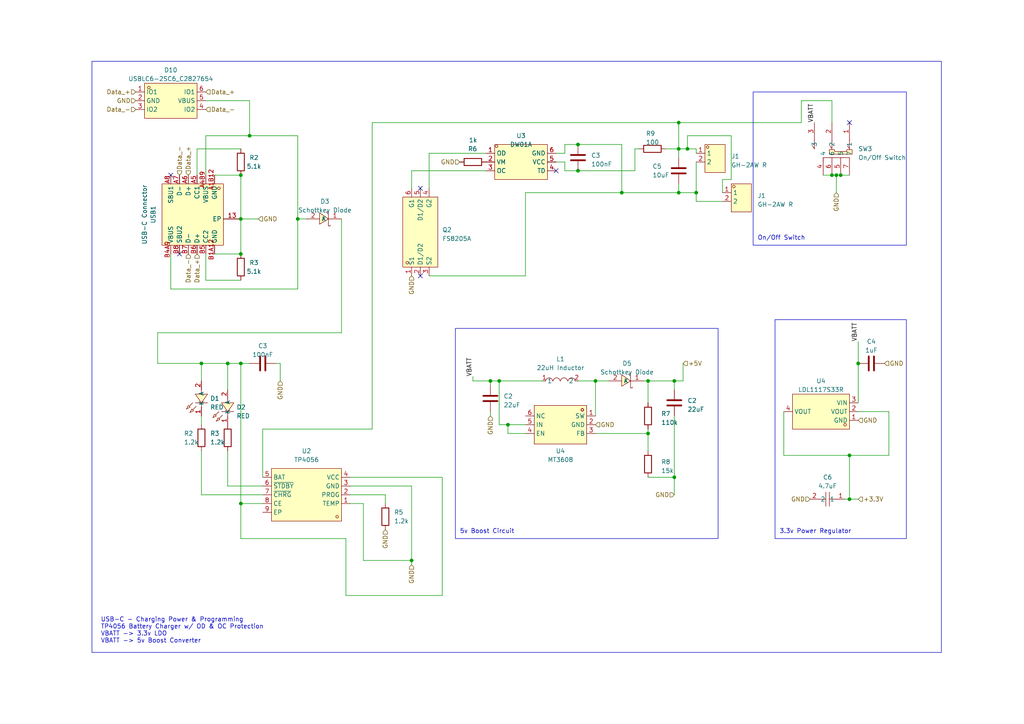
<source format=kicad_sch>
(kicad_sch (version 20230121) (generator eeschema)

  (uuid e8d4e440-63fc-48fe-b603-0d170a948d73)

  (paper "A4")

  (lib_symbols
    (symbol "Device:C" (pin_numbers hide) (pin_names (offset 0.254)) (in_bom yes) (on_board yes)
      (property "Reference" "C" (at 0.635 2.54 0)
        (effects (font (size 1.27 1.27)) (justify left))
      )
      (property "Value" "C" (at 0.635 -2.54 0)
        (effects (font (size 1.27 1.27)) (justify left))
      )
      (property "Footprint" "" (at 0.9652 -3.81 0)
        (effects (font (size 1.27 1.27)) hide)
      )
      (property "Datasheet" "~" (at 0 0 0)
        (effects (font (size 1.27 1.27)) hide)
      )
      (property "ki_keywords" "cap capacitor" (at 0 0 0)
        (effects (font (size 1.27 1.27)) hide)
      )
      (property "ki_description" "Unpolarized capacitor" (at 0 0 0)
        (effects (font (size 1.27 1.27)) hide)
      )
      (property "ki_fp_filters" "C_*" (at 0 0 0)
        (effects (font (size 1.27 1.27)) hide)
      )
      (symbol "C_0_1"
        (polyline
          (pts
            (xy -2.032 -0.762)
            (xy 2.032 -0.762)
          )
          (stroke (width 0.508) (type default))
          (fill (type none))
        )
        (polyline
          (pts
            (xy -2.032 0.762)
            (xy 2.032 0.762)
          )
          (stroke (width 0.508) (type default))
          (fill (type none))
        )
      )
      (symbol "C_1_1"
        (pin passive line (at 0 3.81 270) (length 2.794)
          (name "~" (effects (font (size 1.27 1.27))))
          (number "1" (effects (font (size 1.27 1.27))))
        )
        (pin passive line (at 0 -3.81 90) (length 2.794)
          (name "~" (effects (font (size 1.27 1.27))))
          (number "2" (effects (font (size 1.27 1.27))))
        )
      )
    )
    (symbol "Device:R" (pin_numbers hide) (pin_names (offset 0)) (in_bom yes) (on_board yes)
      (property "Reference" "R" (at 2.032 0 90)
        (effects (font (size 1.27 1.27)))
      )
      (property "Value" "R" (at 0 0 90)
        (effects (font (size 1.27 1.27)))
      )
      (property "Footprint" "" (at -1.778 0 90)
        (effects (font (size 1.27 1.27)) hide)
      )
      (property "Datasheet" "~" (at 0 0 0)
        (effects (font (size 1.27 1.27)) hide)
      )
      (property "ki_keywords" "R res resistor" (at 0 0 0)
        (effects (font (size 1.27 1.27)) hide)
      )
      (property "ki_description" "Resistor" (at 0 0 0)
        (effects (font (size 1.27 1.27)) hide)
      )
      (property "ki_fp_filters" "R_*" (at 0 0 0)
        (effects (font (size 1.27 1.27)) hide)
      )
      (symbol "R_0_1"
        (rectangle (start -1.016 -2.54) (end 1.016 2.54)
          (stroke (width 0.254) (type default))
          (fill (type none))
        )
      )
      (symbol "R_1_1"
        (pin passive line (at 0 3.81 270) (length 1.27)
          (name "~" (effects (font (size 1.27 1.27))))
          (number "1" (effects (font (size 1.27 1.27))))
        )
        (pin passive line (at 0 -3.81 90) (length 1.27)
          (name "~" (effects (font (size 1.27 1.27))))
          (number "2" (effects (font (size 1.27 1.27))))
        )
      )
    )
    (symbol "global:0805X475K160NT_C274245" (in_bom yes) (on_board yes)
      (property "Reference" "C" (at 0 5.08 0)
        (effects (font (size 1.27 1.27)))
      )
      (property "Value" "0805X475K160NT_C274245" (at 0 -5.08 0)
        (effects (font (size 1.27 1.27)))
      )
      (property "Footprint" "global:C0805" (at 0 -7.62 0)
        (effects (font (size 1.27 1.27)) hide)
      )
      (property "Datasheet" "" (at 0 0 0)
        (effects (font (size 1.27 1.27)) hide)
      )
      (property "LCSC Part" "C274245" (at 0 -10.16 0)
        (effects (font (size 1.27 1.27)) hide)
      )
      (symbol "0805X475K160NT_C274245_0_1"
        (polyline
          (pts
            (xy -0.51 -2.03)
            (xy -0.51 2.03)
          )
          (stroke (width 0) (type default))
          (fill (type none))
        )
        (polyline
          (pts
            (xy -0.51 0)
            (xy -2.54 0)
          )
          (stroke (width 0) (type default))
          (fill (type none))
        )
        (polyline
          (pts
            (xy 0.51 2.03)
            (xy 0.51 -2.03)
          )
          (stroke (width 0) (type default))
          (fill (type none))
        )
        (polyline
          (pts
            (xy 2.54 0)
            (xy 0.51 0)
          )
          (stroke (width 0) (type default))
          (fill (type none))
        )
        (pin unspecified line (at -5.08 0 0) (length 2.54)
          (name "1" (effects (font (size 1.27 1.27))))
          (number "1" (effects (font (size 1.27 1.27))))
        )
        (pin unspecified line (at 5.08 0 180) (length 2.54)
          (name "2" (effects (font (size 1.27 1.27))))
          (number "2" (effects (font (size 1.27 1.27))))
        )
      )
    )
    (symbol "global:DW01A_C351410" (in_bom yes) (on_board yes)
      (property "Reference" "U" (at 0 7.62 0)
        (effects (font (size 1.27 1.27)))
      )
      (property "Value" "DW01A_C351410" (at 0 -7.62 0)
        (effects (font (size 1.27 1.27)))
      )
      (property "Footprint" "global:SOT-23-6_L2.9-W1.6-P0.95-LS2.8-BL" (at 0 -10.16 0)
        (effects (font (size 1.27 1.27)) hide)
      )
      (property "Datasheet" "https://lcsc.com/product-detail/Others_PUOLOP-DW01_C351410.html" (at 0 -12.7 0)
        (effects (font (size 1.27 1.27)) hide)
      )
      (property "LCSC Part" "C351410" (at 0 -15.24 0)
        (effects (font (size 1.27 1.27)) hide)
      )
      (symbol "DW01A_C351410_0_1"
        (rectangle (start -7.62 5.08) (end 7.62 -5.08)
          (stroke (width 0) (type default))
          (fill (type background))
        )
        (circle (center -7.11 4.57) (radius 0.38)
          (stroke (width 0) (type default))
          (fill (type none))
        )
        (pin unspecified line (at -10.16 2.54 0) (length 2.54)
          (name "OD" (effects (font (size 1.27 1.27))))
          (number "1" (effects (font (size 1.27 1.27))))
        )
        (pin unspecified line (at -10.16 0 0) (length 2.54)
          (name "VM" (effects (font (size 1.27 1.27))))
          (number "2" (effects (font (size 1.27 1.27))))
        )
        (pin unspecified line (at -10.16 -2.54 0) (length 2.54)
          (name "OC" (effects (font (size 1.27 1.27))))
          (number "3" (effects (font (size 1.27 1.27))))
        )
        (pin unspecified line (at 10.16 -2.54 180) (length 2.54)
          (name "TD" (effects (font (size 1.27 1.27))))
          (number "4" (effects (font (size 1.27 1.27))))
        )
        (pin unspecified line (at 10.16 0 180) (length 2.54)
          (name "VCC" (effects (font (size 1.27 1.27))))
          (number "5" (effects (font (size 1.27 1.27))))
        )
        (pin unspecified line (at 10.16 2.54 180) (length 2.54)
          (name "GND" (effects (font (size 1.27 1.27))))
          (number "6" (effects (font (size 1.27 1.27))))
        )
      )
    )
    (symbol "global:FS8205A_C908265" (in_bom yes) (on_board yes)
      (property "Reference" "Q" (at 0 7.62 0)
        (effects (font (size 1.27 1.27)))
      )
      (property "Value" "FS8205A_C908265" (at 0 -7.62 0)
        (effects (font (size 1.27 1.27)))
      )
      (property "Footprint" "global:SOT-23-6_L2.9-W1.6-P0.95-LS2.8-BR" (at 0 -10.16 0)
        (effects (font (size 1.27 1.27)) hide)
      )
      (property "Datasheet" "https://lcsc.com/product-detail/MOSFET_FUXINSEMI-FS8205A_C908265.html" (at 0 -12.7 0)
        (effects (font (size 1.27 1.27)) hide)
      )
      (property "LCSC Part" "C908265" (at 0 -15.24 0)
        (effects (font (size 1.27 1.27)) hide)
      )
      (symbol "FS8205A_C908265_0_1"
        (rectangle (start -10.16 5.08) (end 10.16 -5.08)
          (stroke (width 0) (type default))
          (fill (type background))
        )
        (circle (center -8.89 3.81) (radius 0.38)
          (stroke (width 0) (type default))
          (fill (type none))
        )
        (pin unspecified line (at -12.7 2.54 0) (length 2.54)
          (name "S1" (effects (font (size 1.27 1.27))))
          (number "1" (effects (font (size 1.27 1.27))))
        )
        (pin unspecified line (at -12.7 0 0) (length 2.54)
          (name "D1/D2" (effects (font (size 1.27 1.27))))
          (number "2" (effects (font (size 1.27 1.27))))
        )
        (pin unspecified line (at -12.7 -2.54 0) (length 2.54)
          (name "S2" (effects (font (size 1.27 1.27))))
          (number "3" (effects (font (size 1.27 1.27))))
        )
        (pin unspecified line (at 12.7 -2.54 180) (length 2.54)
          (name "G2" (effects (font (size 1.27 1.27))))
          (number "4" (effects (font (size 1.27 1.27))))
        )
        (pin unspecified line (at 12.7 0 180) (length 2.54)
          (name "D1/D2" (effects (font (size 1.27 1.27))))
          (number "5" (effects (font (size 1.27 1.27))))
        )
        (pin unspecified line (at 12.7 2.54 180) (length 2.54)
          (name "G1" (effects (font (size 1.27 1.27))))
          (number "6" (effects (font (size 1.27 1.27))))
        )
      )
    )
    (symbol "global:LDL1117S33R" (in_bom yes) (on_board yes)
      (property "Reference" "U" (at 0 7.62 0)
        (effects (font (size 1.27 1.27)))
      )
      (property "Value" "LDL1117S33R" (at 0 -7.62 0)
        (effects (font (size 1.27 1.27)))
      )
      (property "Footprint" "global:SOT-223-4_L6.5-W3.5-P2.30-LS7.0-BR" (at 0 -10.16 0)
        (effects (font (size 1.27 1.27)) hide)
      )
      (property "Datasheet" "https://lcsc.com/product-detail/Low-Dropout-Regulators-LDO_STMicroelectronics-LDL1117S33R_C435835.html" (at 0 -12.7 0)
        (effects (font (size 1.27 1.27)) hide)
      )
      (property "LCSC Part" "C435835" (at 0 -15.24 0)
        (effects (font (size 1.27 1.27)) hide)
      )
      (symbol "LDL1117S33R_0_1"
        (rectangle (start -8.89 5.08) (end 7.62 -5.08)
          (stroke (width 0) (type default))
          (fill (type background))
        )
        (circle (center -7.62 3.81) (radius 0.38)
          (stroke (width 0) (type default))
          (fill (type none))
        )
        (pin unspecified line (at -11.43 2.54 0) (length 2.54)
          (name "GND" (effects (font (size 1.27 1.27))))
          (number "1" (effects (font (size 1.27 1.27))))
        )
        (pin unspecified line (at -11.43 0 0) (length 2.54)
          (name "VOUT" (effects (font (size 1.27 1.27))))
          (number "2" (effects (font (size 1.27 1.27))))
        )
        (pin unspecified line (at -11.43 -2.54 0) (length 2.54)
          (name "VIN" (effects (font (size 1.27 1.27))))
          (number "3" (effects (font (size 1.27 1.27))))
        )
        (pin unspecified line (at 10.16 0 180) (length 2.54)
          (name "VOUT" (effects (font (size 1.27 1.27))))
          (number "4" (effects (font (size 1.27 1.27))))
        )
      )
    )
    (symbol "global:MT3608" (in_bom yes) (on_board yes)
      (property "Reference" "U" (at 0 7.62 0)
        (effects (font (size 1.27 1.27)))
      )
      (property "Value" "MT3608" (at 0 -7.62 0)
        (effects (font (size 1.27 1.27)))
      )
      (property "Footprint" "global:SOT-23-6_L2.9-W1.6-P0.95-LS2.8-BL" (at 0 -10.16 0)
        (effects (font (size 1.27 1.27)) hide)
      )
      (property "Datasheet" "https://lcsc.com/product-detail/DC-DC-Converters_MT3608_C84817.html" (at 0 -12.7 0)
        (effects (font (size 1.27 1.27)) hide)
      )
      (property "LCSC Part" "C84817" (at 0 -15.24 0)
        (effects (font (size 1.27 1.27)) hide)
      )
      (symbol "MT3608_0_1"
        (rectangle (start -7.62 5.59) (end 7.62 -5.59)
          (stroke (width 0) (type default))
          (fill (type background))
        )
        (circle (center -6.35 4.32) (radius 0.38)
          (stroke (width 0) (type default))
          (fill (type none))
        )
        (circle (center -6.35 4.32) (radius 0.38)
          (stroke (width 0) (type default))
          (fill (type none))
        )
        (pin unspecified line (at -10.16 2.54 0) (length 2.54)
          (name "SW" (effects (font (size 1.27 1.27))))
          (number "1" (effects (font (size 1.27 1.27))))
        )
        (pin unspecified line (at -10.16 0 0) (length 2.54)
          (name "GND" (effects (font (size 1.27 1.27))))
          (number "2" (effects (font (size 1.27 1.27))))
        )
        (pin unspecified line (at -10.16 -2.54 0) (length 2.54)
          (name "FB" (effects (font (size 1.27 1.27))))
          (number "3" (effects (font (size 1.27 1.27))))
        )
        (pin unspecified line (at 10.16 -2.54 180) (length 2.54)
          (name "EN" (effects (font (size 1.27 1.27))))
          (number "4" (effects (font (size 1.27 1.27))))
        )
        (pin unspecified line (at 10.16 0 180) (length 2.54)
          (name "IN" (effects (font (size 1.27 1.27))))
          (number "5" (effects (font (size 1.27 1.27))))
        )
        (pin unspecified line (at 10.16 2.54 180) (length 2.54)
          (name "NC" (effects (font (size 1.27 1.27))))
          (number "6" (effects (font (size 1.27 1.27))))
        )
      )
    )
    (symbol "global:PH-2AWRHOS" (in_bom yes) (on_board yes)
      (property "Reference" "P" (at 0 6.35 0)
        (effects (font (size 1.27 1.27)))
      )
      (property "Value" "PH-2AW RHOS" (at 0 -6.35 0)
        (effects (font (size 1.27 1.27)))
      )
      (property "Footprint" "global:CONN-TH_2P-P2.00_PH-2AW" (at 0 -8.89 0)
        (effects (font (size 1.27 1.27)) hide)
      )
      (property "Datasheet" "https://lcsc.com/product-detail/PH-Connectors_PH-2AW_C16965.html" (at 0 -11.43 0)
        (effects (font (size 1.27 1.27)) hide)
      )
      (property "LCSC Part" "C16965" (at 0 -13.97 0)
        (effects (font (size 1.27 1.27)) hide)
      )
      (symbol "PH-2AWRHOS_0_1"
        (rectangle (start -1.27 3.81) (end 4.57 -4.32)
          (stroke (width 0) (type default))
          (fill (type background))
        )
        (circle (center -0.51 3.05) (radius 0.38)
          (stroke (width 0) (type default))
          (fill (type none))
        )
        (pin unspecified line (at -3.81 1.27 0) (length 2.54)
          (name "1" (effects (font (size 1.27 1.27))))
          (number "1" (effects (font (size 1.27 1.27))))
        )
        (pin unspecified line (at -3.81 -1.27 0) (length 2.54)
          (name "2" (effects (font (size 1.27 1.27))))
          (number "2" (effects (font (size 1.27 1.27))))
        )
      )
    )
    (symbol "global:SMRH74-220MT" (in_bom yes) (on_board yes)
      (property "Reference" "L" (at 0 5.08 0)
        (effects (font (size 1.27 1.27)))
      )
      (property "Value" "SMRH74-220MT" (at 0 -5.08 0)
        (effects (font (size 1.27 1.27)))
      )
      (property "Footprint" "global:IND-SMD_L7.0-W6.8" (at 0 -7.62 0)
        (effects (font (size 1.27 1.27)) hide)
      )
      (property "Datasheet" "https://lcsc.com/product-detail/Power-Inductors_22uH_C27442.html" (at 0 -10.16 0)
        (effects (font (size 1.27 1.27)) hide)
      )
      (property "LCSC Part" "C27442" (at 0 -12.7 0)
        (effects (font (size 1.27 1.27)) hide)
      )
      (symbol "SMRH74-220MT_0_1"
        (arc (start -2.27 -0.02) (mid -3.28 0.897) (end -4.29 -0.02)
          (stroke (width 0) (type default))
          (fill (type none))
        )
        (arc (start -0.11 -0.02) (mid -1.12 0.897) (end -2.13 -0.02)
          (stroke (width 0) (type default))
          (fill (type none))
        )
        (arc (start 2.04 -0.02) (mid 1.03 0.897) (end 0.02 -0.02)
          (stroke (width 0) (type default))
          (fill (type none))
        )
        (arc (start 4.23 -0.02) (mid 3.22 0.9048) (end 2.21 -0.02)
          (stroke (width 0) (type default))
          (fill (type none))
        )
        (pin unspecified line (at -5.08 0 0) (length 0.762)
          (name "1" (effects (font (size 1.27 1.27))))
          (number "1" (effects (font (size 1.27 1.27))))
        )
        (pin unspecified line (at 5.08 0 180) (length 0.762)
          (name "2" (effects (font (size 1.27 1.27))))
          (number "2" (effects (font (size 1.27 1.27))))
        )
      )
    )
    (symbol "global:SS-1290" (in_bom yes) (on_board yes)
      (property "Reference" "SW" (at 0 12.7 0)
        (effects (font (size 1.27 1.27)))
      )
      (property "Value" "SS-1290" (at 0 -12.7 0)
        (effects (font (size 1.27 1.27)))
      )
      (property "Footprint" "global:SW-SMD_SS-1290" (at 0 -15.24 0)
        (effects (font (size 1.27 1.27)) hide)
      )
      (property "Datasheet" "https://lcsc.com/product-detail/Toggle-Switches_RI-SHENG-SS-1290_C589295.html" (at 0 -17.78 0)
        (effects (font (size 1.27 1.27)) hide)
      )
      (property "LCSC Part" "C589295" (at 0 -20.32 0)
        (effects (font (size 1.27 1.27)) hide)
      )
      (symbol "SS-1290_0_1"
        (polyline
          (pts
            (xy -2.54 -2.54)
            (xy -2.54 0)
          )
          (stroke (width 0) (type default))
          (fill (type none))
        )
        (polyline
          (pts
            (xy -2.54 0)
            (xy -2.03 -0.76)
          )
          (stroke (width 0) (type default))
          (fill (type none))
        )
        (polyline
          (pts
            (xy 2.54 -2.54)
            (xy 2.54 0)
          )
          (stroke (width 0) (type default))
          (fill (type none))
        )
        (polyline
          (pts
            (xy 2.54 0)
            (xy 3.05 -0.76)
          )
          (stroke (width 0) (type default))
          (fill (type none))
        )
        (polyline
          (pts
            (xy 7.62 -2.54)
            (xy 7.62 0)
          )
          (stroke (width 0) (type default))
          (fill (type none))
        )
        (polyline
          (pts
            (xy 7.62 0)
            (xy 8.13 -0.76)
          )
          (stroke (width 0) (type default))
          (fill (type none))
        )
        (polyline
          (pts
            (xy -2.54 2.54)
            (xy 5.08 2.54)
            (xy 5.08 2.54)
            (xy 5.08 3.81)
          )
          (stroke (width 0) (type default))
          (fill (type none))
        )
        (polyline
          (pts
            (xy 3.3 0.25)
            (xy 1.78 0.25)
            (xy 1.78 0.76)
            (xy -1.78 0.76)
            (xy -1.78 0.25)
            (xy -3.3 0.25)
            (xy -3.3 1.52)
            (xy 3.3 1.52)
            (xy 3.3 0.25)
            (xy 3.3 0.25)
          )
          (stroke (width 0) (type default))
          (fill (type background))
        )
        (pin unspecified line (at -2.54 -7.62 90) (length 5.08)
          (name "1" (effects (font (size 1.27 1.27))))
          (number "1" (effects (font (size 1.27 1.27))))
        )
        (pin unspecified line (at 2.54 -7.62 90) (length 5.08)
          (name "2" (effects (font (size 1.27 1.27))))
          (number "2" (effects (font (size 1.27 1.27))))
        )
        (pin unspecified line (at 7.62 -7.62 90) (length 5.08)
          (name "3" (effects (font (size 1.27 1.27))))
          (number "3" (effects (font (size 1.27 1.27))))
        )
        (pin unspecified line (at 5.08 7.62 270) (length 5.08)
          (name "4" (effects (font (size 1.27 1.27))))
          (number "4" (effects (font (size 1.27 1.27))))
        )
        (pin unspecified line (at 0 7.62 270) (length 5.08)
          (name "5" (effects (font (size 1.27 1.27))))
          (number "5" (effects (font (size 1.27 1.27))))
        )
        (pin unspecified line (at 2.54 7.62 270) (length 5.08)
          (name "6" (effects (font (size 1.27 1.27))))
          (number "6" (effects (font (size 1.27 1.27))))
        )
        (pin unspecified line (at -2.54 7.62 270) (length 5.08)
          (name "7" (effects (font (size 1.27 1.27))))
          (number "7" (effects (font (size 1.27 1.27))))
        )
      )
    )
    (symbol "global:SS34_C8678" (in_bom yes) (on_board yes)
      (property "Reference" "D" (at 0 5.08 0)
        (effects (font (size 1.27 1.27)))
      )
      (property "Value" "SS34_C8678" (at 0 -5.08 0)
        (effects (font (size 1.27 1.27)))
      )
      (property "Footprint" "global:SMA_L4.3-W2.6-LS5.2-RD" (at 0 -7.62 0)
        (effects (font (size 1.27 1.27)) hide)
      )
      (property "Datasheet" "https://lcsc.com/product-detail/Schottky-Barrier-Diodes-SBD_SS34_C8678.html" (at 0 -10.16 0)
        (effects (font (size 1.27 1.27)) hide)
      )
      (property "LCSC Part" "C8678" (at 0 -12.7 0)
        (effects (font (size 1.27 1.27)) hide)
      )
      (symbol "SS34_C8678_0_1"
        (polyline
          (pts
            (xy -1.27 0)
            (xy -1.27 -2.03)
            (xy -0.76 -2.03)
            (xy -0.76 -1.78)
          )
          (stroke (width 0) (type default))
          (fill (type none))
        )
        (polyline
          (pts
            (xy -1.27 0)
            (xy -1.27 2.03)
            (xy -1.78 2.03)
            (xy -1.78 1.78)
          )
          (stroke (width 0) (type default))
          (fill (type none))
        )
        (polyline
          (pts
            (xy 1.27 1.52)
            (xy -1.27 0)
            (xy 1.27 -1.78)
            (xy 1.27 1.52)
          )
          (stroke (width 0) (type default))
          (fill (type background))
        )
        (pin unspecified line (at -5.08 0 0) (length 3.81)
          (name "K" (effects (font (size 1.27 1.27))))
          (number "1" (effects (font (size 1.27 1.27))))
        )
        (pin unspecified line (at 5.08 0 180) (length 3.81)
          (name "A" (effects (font (size 1.27 1.27))))
          (number "2" (effects (font (size 1.27 1.27))))
        )
      )
    )
    (symbol "global:TP4056_C382139" (in_bom yes) (on_board yes)
      (property "Reference" "U" (at 0 10.16 0)
        (effects (font (size 1.27 1.27)))
      )
      (property "Value" "TP4056_C382139" (at 0 -10.16 0)
        (effects (font (size 1.27 1.27)))
      )
      (property "Footprint" "global:ESOP-8_L4.9-W3.9-P1.27-LS6.0-BL-EP" (at 0 -12.7 0)
        (effects (font (size 1.27 1.27)) hide)
      )
      (property "Datasheet" "https://lcsc.com/product-detail/PMIC-Battery-Management_TPOWER-TP4056_C382139.html" (at 0 -15.24 0)
        (effects (font (size 1.27 1.27)) hide)
      )
      (property "LCSC Part" "C382139" (at 0 -17.78 0)
        (effects (font (size 1.27 1.27)) hide)
      )
      (symbol "TP4056_C382139_0_1"
        (rectangle (start -10.16 7.62) (end 10.16 -7.62)
          (stroke (width 0) (type default))
          (fill (type background))
        )
        (circle (center -8.89 6.35) (radius 0.38)
          (stroke (width 0) (type default))
          (fill (type none))
        )
        (pin unspecified line (at -12.7 2.54 0) (length 2.54)
          (name "TEMP" (effects (font (size 1.27 1.27))))
          (number "1" (effects (font (size 1.27 1.27))))
        )
        (pin unspecified line (at -12.7 0 0) (length 2.54)
          (name "PROG" (effects (font (size 1.27 1.27))))
          (number "2" (effects (font (size 1.27 1.27))))
        )
        (pin unspecified line (at -12.7 -2.54 0) (length 2.54)
          (name "GND" (effects (font (size 1.27 1.27))))
          (number "3" (effects (font (size 1.27 1.27))))
        )
        (pin unspecified line (at -12.7 -5.08 0) (length 2.54)
          (name "VCC" (effects (font (size 1.27 1.27))))
          (number "4" (effects (font (size 1.27 1.27))))
        )
        (pin unspecified line (at 12.7 -5.08 180) (length 2.54)
          (name "BAT" (effects (font (size 1.27 1.27))))
          (number "5" (effects (font (size 1.27 1.27))))
        )
        (pin unspecified line (at 12.7 -2.54 180) (length 2.54)
          (name "~{STDBY}" (effects (font (size 1.27 1.27))))
          (number "6" (effects (font (size 1.27 1.27))))
        )
        (pin unspecified line (at 12.7 0 180) (length 2.54)
          (name "~{CHRG}" (effects (font (size 1.27 1.27))))
          (number "7" (effects (font (size 1.27 1.27))))
        )
        (pin unspecified line (at 12.7 2.54 180) (length 2.54)
          (name "CE" (effects (font (size 1.27 1.27))))
          (number "8" (effects (font (size 1.27 1.27))))
        )
        (pin unspecified line (at 12.7 5.08 180) (length 2.54)
          (name "EP" (effects (font (size 1.27 1.27))))
          (number "9" (effects (font (size 1.27 1.27))))
        )
      )
    )
    (symbol "global:TYPEC-304-ACP16" (in_bom yes) (on_board yes)
      (property "Reference" "USB" (at 0 17.78 0)
        (effects (font (size 1.27 1.27)))
      )
      (property "Value" "TYPEC-304-ACP16" (at 0 -12.7 0)
        (effects (font (size 1.27 1.27)))
      )
      (property "Footprint" "global:USB-C-SMD_TYPE-C-16P-1" (at 0 -15.24 0)
        (effects (font (size 1.27 1.27)) hide)
      )
      (property "Datasheet" "" (at 0 0 0)
        (effects (font (size 1.27 1.27)) hide)
      )
      (property "LCSC Part" "C2982555" (at 0 -17.78 0)
        (effects (font (size 1.27 1.27)) hide)
      )
      (symbol "TYPEC-304-ACP16_0_1"
        (rectangle (start -7.62 7.62) (end 10.16 -10.16)
          (stroke (width 0) (type default))
          (fill (type background))
        )
        (circle (center -6.35 6.35) (radius 0.38)
          (stroke (width 0) (type default))
          (fill (type none))
        )
        (pin unspecified line (at 2.54 12.7 270) (length 5.08)
          (name "EP" (effects (font (size 1.27 1.27))))
          (number "13" (effects (font (size 1.27 1.27))))
        )
        (pin unspecified line (at -10.16 5.08 0) (length 2.54)
          (name "GND" (effects (font (size 1.27 1.27))))
          (number "A1B12" (effects (font (size 1.27 1.27))))
        )
        (pin unspecified line (at -10.16 2.54 0) (length 2.54)
          (name "VBUS" (effects (font (size 1.27 1.27))))
          (number "A4B9" (effects (font (size 1.27 1.27))))
        )
        (pin unspecified line (at -10.16 0 0) (length 2.54)
          (name "CC1" (effects (font (size 1.27 1.27))))
          (number "A5" (effects (font (size 1.27 1.27))))
        )
        (pin unspecified line (at -10.16 -2.54 0) (length 2.54)
          (name "D+" (effects (font (size 1.27 1.27))))
          (number "A6" (effects (font (size 1.27 1.27))))
        )
        (pin unspecified line (at -10.16 -5.08 0) (length 2.54)
          (name "D-" (effects (font (size 1.27 1.27))))
          (number "A7" (effects (font (size 1.27 1.27))))
        )
        (pin unspecified line (at -10.16 -7.62 0) (length 2.54)
          (name "SBU1" (effects (font (size 1.27 1.27))))
          (number "A8" (effects (font (size 1.27 1.27))))
        )
        (pin unspecified line (at 12.7 5.08 180) (length 2.54)
          (name "GND" (effects (font (size 1.27 1.27))))
          (number "B1A12" (effects (font (size 1.27 1.27))))
        )
        (pin unspecified line (at 12.7 -7.62 180) (length 2.54)
          (name "VBUS" (effects (font (size 1.27 1.27))))
          (number "B4A9" (effects (font (size 1.27 1.27))))
        )
        (pin unspecified line (at 12.7 2.54 180) (length 2.54)
          (name "CC2" (effects (font (size 1.27 1.27))))
          (number "B5" (effects (font (size 1.27 1.27))))
        )
        (pin unspecified line (at 12.7 0 180) (length 2.54)
          (name "D+" (effects (font (size 1.27 1.27))))
          (number "B6" (effects (font (size 1.27 1.27))))
        )
        (pin unspecified line (at 12.7 -2.54 180) (length 2.54)
          (name "D-" (effects (font (size 1.27 1.27))))
          (number "B7" (effects (font (size 1.27 1.27))))
        )
        (pin unspecified line (at 12.7 -5.08 180) (length 2.54)
          (name "SBU2" (effects (font (size 1.27 1.27))))
          (number "B8" (effects (font (size 1.27 1.27))))
        )
      )
    )
    (symbol "global:USBLC6-2SC6_C2827654" (in_bom yes) (on_board yes)
      (property "Reference" "D" (at 0 7.62 0)
        (effects (font (size 1.27 1.27)))
      )
      (property "Value" "USBLC6-2SC6_C2827654" (at 0 -7.62 0)
        (effects (font (size 1.27 1.27)))
      )
      (property "Footprint" "global:SOT-23-6_L2.9-W1.6-P0.95-LS2.8-BL" (at 0 -10.16 0)
        (effects (font (size 1.27 1.27)) hide)
      )
      (property "Datasheet" "" (at 0 0 0)
        (effects (font (size 1.27 1.27)) hide)
      )
      (property "LCSC Part" "C2827654" (at 0 -12.7 0)
        (effects (font (size 1.27 1.27)) hide)
      )
      (symbol "USBLC6-2SC6_C2827654_0_1"
        (rectangle (start -7.62 5.08) (end 7.62 -5.08)
          (stroke (width 0) (type default))
          (fill (type background))
        )
        (circle (center -6.35 3.81) (radius 0.38)
          (stroke (width 0) (type default))
          (fill (type none))
        )
        (pin unspecified line (at -10.16 2.54 0) (length 2.54)
          (name "IO1" (effects (font (size 1.27 1.27))))
          (number "1" (effects (font (size 1.27 1.27))))
        )
        (pin unspecified line (at -10.16 0 0) (length 2.54)
          (name "GND" (effects (font (size 1.27 1.27))))
          (number "2" (effects (font (size 1.27 1.27))))
        )
        (pin unspecified line (at -10.16 -2.54 0) (length 2.54)
          (name "IO2" (effects (font (size 1.27 1.27))))
          (number "3" (effects (font (size 1.27 1.27))))
        )
        (pin unspecified line (at 10.16 -2.54 180) (length 2.54)
          (name "IO2" (effects (font (size 1.27 1.27))))
          (number "4" (effects (font (size 1.27 1.27))))
        )
        (pin unspecified line (at 10.16 0 180) (length 2.54)
          (name "VBUS" (effects (font (size 1.27 1.27))))
          (number "5" (effects (font (size 1.27 1.27))))
        )
        (pin unspecified line (at 10.16 2.54 180) (length 2.54)
          (name "IO1" (effects (font (size 1.27 1.27))))
          (number "6" (effects (font (size 1.27 1.27))))
        )
      )
    )
    (symbol "global:XL-1608SURC-06" (in_bom yes) (on_board yes)
      (property "Reference" "LED" (at 0 5.08 0)
        (effects (font (size 1.27 1.27)))
      )
      (property "Value" "XL-1608SURC-06" (at 0 -5.08 0)
        (effects (font (size 1.27 1.27)))
      )
      (property "Footprint" "global:LED0603-RD_RED" (at 0 -7.62 0)
        (effects (font (size 1.27 1.27)) hide)
      )
      (property "Datasheet" "" (at 0 0 0)
        (effects (font (size 1.27 1.27)) hide)
      )
      (property "LCSC Part" "C965799" (at 0 -10.16 0)
        (effects (font (size 1.27 1.27)) hide)
      )
      (symbol "XL-1608SURC-06_0_1"
        (polyline
          (pts
            (xy -1.27 0)
            (xy -2.54 0)
          )
          (stroke (width 0) (type default))
          (fill (type none))
        )
        (polyline
          (pts
            (xy -1.27 1.78)
            (xy -1.27 -1.78)
          )
          (stroke (width 0) (type default))
          (fill (type none))
        )
        (polyline
          (pts
            (xy 2.54 0)
            (xy 1.27 0)
          )
          (stroke (width 0) (type default))
          (fill (type none))
        )
        (polyline
          (pts
            (xy -2.29 1.52)
            (xy -3.3 2.54)
            (xy -2.29 1.52)
          )
          (stroke (width 0) (type default))
          (fill (type background))
        )
        (polyline
          (pts
            (xy -1.27 2.54)
            (xy -2.29 3.56)
            (xy -1.27 2.54)
          )
          (stroke (width 0) (type default))
          (fill (type background))
        )
        (polyline
          (pts
            (xy -4.06 3.3)
            (xy -3.05 2.79)
            (xy -3.56 2.29)
            (xy -4.06 3.3)
          )
          (stroke (width 0) (type default))
          (fill (type background))
        )
        (polyline
          (pts
            (xy -3.05 4.32)
            (xy -2.03 3.81)
            (xy -2.54 3.3)
            (xy -3.05 4.32)
          )
          (stroke (width 0) (type default))
          (fill (type background))
        )
        (polyline
          (pts
            (xy 1.27 1.78)
            (xy -1.27 0)
            (xy 1.27 -1.78)
            (xy 1.27 1.78)
          )
          (stroke (width 0) (type default))
          (fill (type background))
        )
        (pin unspecified line (at -5.08 0 0) (length 2.54)
          (name "K" (effects (font (size 1.27 1.27))))
          (number "1" (effects (font (size 1.27 1.27))))
        )
        (pin unspecified line (at 5.08 0 180) (length 2.54)
          (name "A" (effects (font (size 1.27 1.27))))
          (number "2" (effects (font (size 1.27 1.27))))
        )
      )
    )
  )

  (junction (at 187.96 125.73) (diameter 0) (color 0 0 0 0)
    (uuid 058f923e-57a8-43ed-8820-28e1bdc30279)
  )
  (junction (at 242.57 50.8) (diameter 0) (color 0 0 0 0)
    (uuid 0cf3c9d9-efff-4112-94dc-20d97f22b3ff)
  )
  (junction (at 196.85 55.88) (diameter 0) (color 0 0 0 0)
    (uuid 104b0252-7386-47c4-b739-58a973e49d05)
  )
  (junction (at 241.3 50.8) (diameter 0) (color 0 0 0 0)
    (uuid 1b030730-da63-4d26-8e6f-71ffac420b86)
  )
  (junction (at 187.96 110.49) (diameter 0) (color 0 0 0 0)
    (uuid 24a72289-4141-4fb2-a681-18ccf8b4d342)
  )
  (junction (at 147.32 123.19) (diameter 0) (color 0 0 0 0)
    (uuid 3739f8d8-721a-4d5c-9381-4a85c5ca47fa)
  )
  (junction (at 69.85 63.5) (diameter 0) (color 0 0 0 0)
    (uuid 39517fdc-a07f-4849-bc5f-9f6d8e70cb46)
  )
  (junction (at 196.85 35.56) (diameter 0) (color 0 0 0 0)
    (uuid 42c068db-521a-41fe-97ea-1239d9b0d23b)
  )
  (junction (at 180.34 55.88) (diameter 0) (color 0 0 0 0)
    (uuid 490a3507-d073-4909-a3c5-5529558234aa)
  )
  (junction (at 58.42 105.41) (diameter 0) (color 0 0 0 0)
    (uuid 4e69ec8c-a594-4b73-a73d-27492e009004)
  )
  (junction (at 144.78 110.49) (diameter 0) (color 0 0 0 0)
    (uuid 54fa70b6-7ede-4486-845b-d14c22cf28a9)
  )
  (junction (at 69.85 73.66) (diameter 0) (color 0 0 0 0)
    (uuid 5f3f0365-cc2e-4cf8-ae16-5fd372fc6709)
  )
  (junction (at 201.93 55.88) (diameter 0) (color 0 0 0 0)
    (uuid 74ca8a65-16bb-4145-ad5f-e53336ee270d)
  )
  (junction (at 172.72 110.49) (diameter 0) (color 0 0 0 0)
    (uuid 770e4308-0f90-4725-b464-bafa8beb3146)
  )
  (junction (at 248.92 105.41) (diameter 0) (color 0 0 0 0)
    (uuid 7cce49e9-53e6-4a0b-8a90-3cf3962df38d)
  )
  (junction (at 72.39 39.37) (diameter 0) (color 0 0 0 0)
    (uuid 863b70cc-6a8b-46c5-9230-9f8327f08deb)
  )
  (junction (at 246.38 144.78) (diameter 0) (color 0 0 0 0)
    (uuid 95b7f457-8552-49ee-83ad-c66536500243)
  )
  (junction (at 167.64 41.91) (diameter 0) (color 0 0 0 0)
    (uuid a1de8da4-e840-4a6a-a25a-fa1ed058ccf0)
  )
  (junction (at 66.04 105.41) (diameter 0) (color 0 0 0 0)
    (uuid a7034111-0b1f-4a67-b324-779acc29ab90)
  )
  (junction (at 246.38 132.08) (diameter 0) (color 0 0 0 0)
    (uuid ae115b3c-24f5-4c3a-91a9-380521206a90)
  )
  (junction (at 69.85 50.8) (diameter 0) (color 0 0 0 0)
    (uuid aec0c7ec-28ad-4bfc-826c-2caf21339642)
  )
  (junction (at 69.85 146.05) (diameter 0) (color 0 0 0 0)
    (uuid b2ee0039-000d-4eb0-a122-169d7965c5f5)
  )
  (junction (at 243.84 50.8) (diameter 0) (color 0 0 0 0)
    (uuid b3b67baf-e820-4e5f-862b-09036dd15e88)
  )
  (junction (at 195.58 110.49) (diameter 0) (color 0 0 0 0)
    (uuid ba371165-bd77-49e0-acd1-6914da474e9f)
  )
  (junction (at 195.58 138.43) (diameter 0) (color 0 0 0 0)
    (uuid c1bd374b-dd0b-4a59-bd91-3bc0f931d0ab)
  )
  (junction (at 86.36 63.5) (diameter 0) (color 0 0 0 0)
    (uuid c39cf309-63f5-474f-8ed6-fd994d44f6a8)
  )
  (junction (at 142.24 110.49) (diameter 0) (color 0 0 0 0)
    (uuid c6d1a115-a887-44f0-8592-428e3752f3ec)
  )
  (junction (at 119.38 162.56) (diameter 0) (color 0 0 0 0)
    (uuid cc675b40-ac82-4976-afd2-1001a24c5aa3)
  )
  (junction (at 196.85 43.18) (diameter 0) (color 0 0 0 0)
    (uuid d1e0e84c-63ca-483b-a9b9-7c78dd70b426)
  )
  (junction (at 199.39 43.18) (diameter 0) (color 0 0 0 0)
    (uuid e900205b-6de2-41ab-9b05-bb014cd4c875)
  )
  (junction (at 167.64 49.53) (diameter 0) (color 0 0 0 0)
    (uuid f4b6370a-1f71-40f4-bd2d-27e8367f977b)
  )
  (junction (at 69.85 105.41) (diameter 0) (color 0 0 0 0)
    (uuid f760e0af-3732-4b35-a70c-d3c01c042437)
  )

  (no_connect (at 161.29 49.53) (uuid 5724da5e-813f-4457-a9b7-cb848c713581))
  (no_connect (at 246.38 35.56) (uuid 8d4e3f53-3fe0-4a41-824c-98a591f0bcb4))
  (no_connect (at 52.07 73.66) (uuid 9ace76ba-60e7-414e-820e-0f8e69d46e3b))
  (no_connect (at 121.92 54.61) (uuid c850885d-7881-4664-aeca-5358b9d953b7))
  (no_connect (at 121.92 80.01) (uuid d14db853-53ee-4647-99f9-609bfc9de86c))
  (no_connect (at 49.53 50.8) (uuid e23be34c-a06a-49b3-acd5-aaba83bcf9cb))

  (wire (pts (xy 172.72 110.49) (xy 176.53 110.49))
    (stroke (width 0) (type default))
    (uuid 02361ad6-110b-415e-871b-537de9c1197d)
  )
  (wire (pts (xy 248.92 105.41) (xy 248.92 116.84))
    (stroke (width 0) (type default))
    (uuid 0248c908-dad6-4fdf-baa3-5a72cbb05837)
  )
  (wire (pts (xy 69.85 43.18) (xy 57.15 43.18))
    (stroke (width 0) (type default))
    (uuid 04055561-1701-40a2-9ef6-b2bb5ab7133a)
  )
  (wire (pts (xy 69.85 105.41) (xy 69.85 146.05))
    (stroke (width 0) (type default))
    (uuid 04f4517c-2538-4831-8a8f-d7d75620860a)
  )
  (wire (pts (xy 124.46 44.45) (xy 140.97 44.45))
    (stroke (width 0) (type default))
    (uuid 050cceb5-7449-415e-aaf2-ce1b87727f21)
  )
  (wire (pts (xy 195.58 138.43) (xy 195.58 120.65))
    (stroke (width 0) (type default))
    (uuid 05aabf33-f9c3-4cef-a327-751ab709bb0e)
  )
  (wire (pts (xy 107.95 124.46) (xy 107.95 35.56))
    (stroke (width 0) (type default))
    (uuid 065bcb32-1c77-4e16-8885-fda6c85ee73e)
  )
  (wire (pts (xy 227.33 119.38) (xy 227.33 132.08))
    (stroke (width 0) (type default))
    (uuid 07238ee1-8e68-47fa-b6ad-b3c2d62ae1e7)
  )
  (wire (pts (xy 163.83 41.91) (xy 167.64 41.91))
    (stroke (width 0) (type default))
    (uuid 07b22a1e-d6fd-431b-a8d6-029e67093f54)
  )
  (wire (pts (xy 66.04 130.81) (xy 66.04 140.97))
    (stroke (width 0) (type default))
    (uuid 09568d59-7b18-4b1b-b65b-9d94306e5c20)
  )
  (wire (pts (xy 76.2 138.43) (xy 76.2 124.46))
    (stroke (width 0) (type default))
    (uuid 09a7e7d8-c50d-42d1-8641-e2fa7bd2c9ad)
  )
  (wire (pts (xy 74.93 63.5) (xy 69.85 63.5))
    (stroke (width 0) (type default))
    (uuid 0b4a40b6-28cf-4d43-8d15-20340c381632)
  )
  (wire (pts (xy 140.97 49.53) (xy 119.38 49.53))
    (stroke (width 0) (type default))
    (uuid 0bf33349-1b5b-42ac-b4ad-0dd9bc344b44)
  )
  (wire (pts (xy 167.64 110.49) (xy 172.72 110.49))
    (stroke (width 0) (type default))
    (uuid 0ebaa268-79a7-4510-bf12-fec884f7cd8f)
  )
  (wire (pts (xy 187.96 110.49) (xy 187.96 116.84))
    (stroke (width 0) (type default))
    (uuid 11958a21-10dd-4915-ad56-9f33d3d5d965)
  )
  (wire (pts (xy 66.04 105.41) (xy 66.04 113.03))
    (stroke (width 0) (type default))
    (uuid 13055d60-826e-4242-87c5-0e8d58beb82a)
  )
  (wire (pts (xy 66.04 105.41) (xy 69.85 105.41))
    (stroke (width 0) (type default))
    (uuid 16522c46-a62c-4131-9948-df4eac64f537)
  )
  (wire (pts (xy 246.38 132.08) (xy 257.81 132.08))
    (stroke (width 0) (type default))
    (uuid 22e03a3a-f784-4897-a6c1-0ad09c174397)
  )
  (wire (pts (xy 59.69 50.8) (xy 59.69 39.37))
    (stroke (width 0) (type default))
    (uuid 234bf4d3-0f66-4a4e-bb7a-eca39402d9f6)
  )
  (wire (pts (xy 184.15 43.18) (xy 185.42 43.18))
    (stroke (width 0) (type default))
    (uuid 2562d1ae-f7c4-4a6b-9a8e-51dfce3cae79)
  )
  (wire (pts (xy 163.83 44.45) (xy 163.83 41.91))
    (stroke (width 0) (type default))
    (uuid 2ee29002-94a1-486c-a30f-33808932df84)
  )
  (wire (pts (xy 69.85 156.21) (xy 100.33 156.21))
    (stroke (width 0) (type default))
    (uuid 2f852d78-0ddd-4501-9d18-9acc3f3929b5)
  )
  (wire (pts (xy 201.93 43.18) (xy 201.93 44.45))
    (stroke (width 0) (type default))
    (uuid 2feb1245-6010-4640-aa16-4f8c68f1cf29)
  )
  (wire (pts (xy 246.38 132.08) (xy 246.38 144.78))
    (stroke (width 0) (type default))
    (uuid 334f4986-48b9-4a30-84ba-a01ab04a0378)
  )
  (wire (pts (xy 257.81 119.38) (xy 248.92 119.38))
    (stroke (width 0) (type default))
    (uuid 3929cf0c-23b8-41a8-b57f-668b338d9e68)
  )
  (wire (pts (xy 243.84 50.8) (xy 246.38 50.8))
    (stroke (width 0) (type default))
    (uuid 3b059226-d53a-4ce4-9752-7dc64a219df0)
  )
  (wire (pts (xy 105.41 162.56) (xy 119.38 162.56))
    (stroke (width 0) (type default))
    (uuid 3b70a282-37d3-4bf4-830d-648fafae34bd)
  )
  (wire (pts (xy 152.4 123.19) (xy 147.32 123.19))
    (stroke (width 0) (type default))
    (uuid 3c764d8f-8b2b-4f49-af45-927ecaa28391)
  )
  (wire (pts (xy 242.57 50.8) (xy 242.57 55.88))
    (stroke (width 0) (type default))
    (uuid 3fc5a770-3802-44b8-ac1d-be13a8b145b7)
  )
  (wire (pts (xy 212.09 39.37) (xy 212.09 52.07))
    (stroke (width 0) (type default))
    (uuid 41203c78-335e-47b4-bd83-95578cc139d6)
  )
  (wire (pts (xy 186.69 110.49) (xy 187.96 110.49))
    (stroke (width 0) (type default))
    (uuid 42af814f-a4c1-4d5b-a0aa-a5b5d4e8b72c)
  )
  (wire (pts (xy 152.4 55.88) (xy 180.34 55.88))
    (stroke (width 0) (type default))
    (uuid 460b597e-0262-4e9a-aa8f-ffcf90b73a99)
  )
  (wire (pts (xy 248.92 99.06) (xy 248.92 105.41))
    (stroke (width 0) (type default))
    (uuid 478a1e23-268d-41e3-9f0f-d77b42265ecc)
  )
  (wire (pts (xy 119.38 162.56) (xy 119.38 163.83))
    (stroke (width 0) (type default))
    (uuid 4907f076-bc32-4801-8933-b4675ee4447c)
  )
  (wire (pts (xy 184.15 49.53) (xy 167.64 49.53))
    (stroke (width 0) (type default))
    (uuid 4aefdbf0-c3e0-4951-966d-e8332e2ed787)
  )
  (wire (pts (xy 241.3 50.8) (xy 242.57 50.8))
    (stroke (width 0) (type default))
    (uuid 4c1685bd-d177-4cab-b158-d8fecb974bfe)
  )
  (wire (pts (xy 167.64 41.91) (xy 180.34 41.91))
    (stroke (width 0) (type default))
    (uuid 4e3e3257-4c0a-4bdb-89ab-63170941c623)
  )
  (wire (pts (xy 152.4 80.01) (xy 152.4 55.88))
    (stroke (width 0) (type default))
    (uuid 4f65b349-a213-4e6c-95f2-064c96fbd90c)
  )
  (wire (pts (xy 58.42 143.51) (xy 76.2 143.51))
    (stroke (width 0) (type default))
    (uuid 4ff671f7-e066-4b68-ac8a-4606e3ad4cb5)
  )
  (wire (pts (xy 246.38 144.78) (xy 248.92 144.78))
    (stroke (width 0) (type default))
    (uuid 51d34802-fbcc-4569-be56-0214108036e2)
  )
  (wire (pts (xy 45.72 105.41) (xy 58.42 105.41))
    (stroke (width 0) (type default))
    (uuid 52323444-c659-4496-a68b-4b1da334fb49)
  )
  (wire (pts (xy 152.4 125.73) (xy 147.32 125.73))
    (stroke (width 0) (type default))
    (uuid 55b5f524-ab70-46ac-bcee-2c7acbc51b54)
  )
  (wire (pts (xy 59.69 73.66) (xy 59.69 81.28))
    (stroke (width 0) (type default))
    (uuid 57d36af7-f3c6-4c20-856b-c2cb4945cead)
  )
  (wire (pts (xy 86.36 63.5) (xy 86.36 83.82))
    (stroke (width 0) (type default))
    (uuid 592257fb-510a-4a4d-82ce-6ec0bef52aee)
  )
  (wire (pts (xy 119.38 140.97) (xy 119.38 162.56))
    (stroke (width 0) (type default))
    (uuid 5b868eaa-6dd3-49d4-badb-67a423c8d280)
  )
  (wire (pts (xy 69.85 146.05) (xy 76.2 146.05))
    (stroke (width 0) (type default))
    (uuid 5be5a495-db4d-4320-8574-96cfe03c6e6b)
  )
  (wire (pts (xy 172.72 125.73) (xy 187.96 125.73))
    (stroke (width 0) (type default))
    (uuid 5c49d8af-2d94-4f48-ac7e-2570a43f10fc)
  )
  (wire (pts (xy 111.76 143.51) (xy 111.76 146.05))
    (stroke (width 0) (type default))
    (uuid 5f4c7c0a-99d2-4639-b817-2ccf7cff651e)
  )
  (wire (pts (xy 101.6 140.97) (xy 119.38 140.97))
    (stroke (width 0) (type default))
    (uuid 62362695-13cb-4a78-bac1-bfa367558753)
  )
  (wire (pts (xy 69.85 146.05) (xy 69.85 156.21))
    (stroke (width 0) (type default))
    (uuid 66b4be9f-6b46-40e4-929a-0f82e808fcf4)
  )
  (wire (pts (xy 187.96 110.49) (xy 195.58 110.49))
    (stroke (width 0) (type default))
    (uuid 68276c51-ed95-411d-9680-e3b5463fbc02)
  )
  (wire (pts (xy 62.23 73.66) (xy 69.85 73.66))
    (stroke (width 0) (type default))
    (uuid 6870545c-c084-4112-9423-f693c9c3f718)
  )
  (wire (pts (xy 80.01 105.41) (xy 81.28 105.41))
    (stroke (width 0) (type default))
    (uuid 6b18db7a-7de2-4780-83f7-89046cc72113)
  )
  (wire (pts (xy 124.46 44.45) (xy 124.46 54.61))
    (stroke (width 0) (type default))
    (uuid 6b5a3bf3-5dd3-4f85-b045-fb58820ab64b)
  )
  (wire (pts (xy 81.28 105.41) (xy 81.28 110.49))
    (stroke (width 0) (type default))
    (uuid 6b67f356-68db-474c-aed6-839b40fc9c2a)
  )
  (wire (pts (xy 201.93 46.99) (xy 201.93 55.88))
    (stroke (width 0) (type default))
    (uuid 6e571e1a-7b64-4219-be54-cf9b16385947)
  )
  (wire (pts (xy 142.24 110.49) (xy 142.24 111.76))
    (stroke (width 0) (type default))
    (uuid 6ed1f28a-f610-4a71-99ff-664f212d4b2f)
  )
  (wire (pts (xy 241.3 29.21) (xy 241.3 35.56))
    (stroke (width 0) (type default))
    (uuid 6f79174a-934a-4f1b-a153-ea17bd096bb5)
  )
  (wire (pts (xy 187.96 138.43) (xy 195.58 138.43))
    (stroke (width 0) (type default))
    (uuid 703f9732-0e76-4dd6-8a2e-f614d0530205)
  )
  (wire (pts (xy 100.33 172.72) (xy 128.27 172.72))
    (stroke (width 0) (type default))
    (uuid 74c1a681-04d4-49b0-b6cb-c6e4005bc79d)
  )
  (wire (pts (xy 137.16 109.22) (xy 137.16 110.49))
    (stroke (width 0) (type default))
    (uuid 755fa6cd-9bff-4114-a7c7-c805189095b1)
  )
  (wire (pts (xy 187.96 124.46) (xy 187.96 125.73))
    (stroke (width 0) (type default))
    (uuid 768b9469-558c-4a74-b670-5681c5dae89a)
  )
  (wire (pts (xy 142.24 119.38) (xy 142.24 120.65))
    (stroke (width 0) (type default))
    (uuid 78c0e4a7-2430-4c8e-9556-5439b543bc15)
  )
  (wire (pts (xy 242.57 50.8) (xy 243.84 50.8))
    (stroke (width 0) (type default))
    (uuid 7c4cf81b-9d51-4a8a-ba2e-b1393c929359)
  )
  (wire (pts (xy 212.09 52.07) (xy 209.55 52.07))
    (stroke (width 0) (type default))
    (uuid 7d28bdde-5c74-46b4-9ee7-562a799ce2d2)
  )
  (wire (pts (xy 161.29 46.99) (xy 163.83 46.99))
    (stroke (width 0) (type default))
    (uuid 824a69f7-74f1-40f8-ad21-138ec84c6ddf)
  )
  (wire (pts (xy 58.42 105.41) (xy 58.42 110.49))
    (stroke (width 0) (type default))
    (uuid 89c11dda-182a-40a1-8ec8-a9babf3c4170)
  )
  (wire (pts (xy 238.76 50.8) (xy 241.3 50.8))
    (stroke (width 0) (type default))
    (uuid 8b05488f-5469-419b-bb3d-15b248ef4904)
  )
  (wire (pts (xy 199.39 43.18) (xy 201.93 43.18))
    (stroke (width 0) (type default))
    (uuid 8c1011d4-97dc-44e4-9111-f83d13268cd1)
  )
  (wire (pts (xy 196.85 43.18) (xy 199.39 43.18))
    (stroke (width 0) (type default))
    (uuid 8f05f031-5ff0-4945-8850-d4931658b166)
  )
  (wire (pts (xy 232.41 35.56) (xy 232.41 29.21))
    (stroke (width 0) (type default))
    (uuid 99acc0d3-7ac3-41cd-876e-377c59cb2c1b)
  )
  (wire (pts (xy 180.34 55.88) (xy 196.85 55.88))
    (stroke (width 0) (type default))
    (uuid 9a398a84-a433-4965-a135-050c327edfb1)
  )
  (wire (pts (xy 66.04 140.97) (xy 76.2 140.97))
    (stroke (width 0) (type default))
    (uuid 9a677459-46d0-4042-9171-06cef18f3076)
  )
  (wire (pts (xy 69.85 105.41) (xy 72.39 105.41))
    (stroke (width 0) (type default))
    (uuid 9bdd7f8b-4dd2-4fb0-b792-f94da00ac9c7)
  )
  (wire (pts (xy 195.58 110.49) (xy 198.12 110.49))
    (stroke (width 0) (type default))
    (uuid a110a9e4-b174-4344-b27f-4025ae7f58f1)
  )
  (wire (pts (xy 45.72 96.52) (xy 99.06 96.52))
    (stroke (width 0) (type default))
    (uuid a15917b1-b5c8-4773-a824-e563dfbb2317)
  )
  (wire (pts (xy 105.41 146.05) (xy 105.41 162.56))
    (stroke (width 0) (type default))
    (uuid a1ca6e60-ae74-4bbd-8755-fbbdf2b6c527)
  )
  (wire (pts (xy 59.69 39.37) (xy 72.39 39.37))
    (stroke (width 0) (type default))
    (uuid a6ef7478-3fcb-4172-94ec-a9c828d829c1)
  )
  (wire (pts (xy 163.83 46.99) (xy 163.83 49.53))
    (stroke (width 0) (type default))
    (uuid a75f056f-9cf3-4876-a70e-4787b1e57261)
  )
  (wire (pts (xy 187.96 125.73) (xy 187.96 130.81))
    (stroke (width 0) (type default))
    (uuid a77c9740-5a93-4608-9c06-2f2dd96c7213)
  )
  (wire (pts (xy 195.58 110.49) (xy 195.58 113.03))
    (stroke (width 0) (type default))
    (uuid a80b6cb2-e1d4-456b-a642-c3576f8bbd53)
  )
  (wire (pts (xy 119.38 49.53) (xy 119.38 54.61))
    (stroke (width 0) (type default))
    (uuid a9736a7b-4c06-496f-8223-b9eef70e16c3)
  )
  (wire (pts (xy 99.06 96.52) (xy 99.06 63.5))
    (stroke (width 0) (type default))
    (uuid ac7abc2a-f519-4bbb-83cf-aa172dd13922)
  )
  (wire (pts (xy 45.72 96.52) (xy 45.72 105.41))
    (stroke (width 0) (type default))
    (uuid acae4e98-a6a9-40dd-bbb5-22fe9201836b)
  )
  (wire (pts (xy 144.78 123.19) (xy 144.78 110.49))
    (stroke (width 0) (type default))
    (uuid adbf2f78-288e-4328-8b06-0e49419a3b92)
  )
  (wire (pts (xy 172.72 120.65) (xy 172.72 110.49))
    (stroke (width 0) (type default))
    (uuid afc3e02e-0a9f-4ea1-a485-6483af289a9c)
  )
  (wire (pts (xy 157.48 110.49) (xy 144.78 110.49))
    (stroke (width 0) (type default))
    (uuid b1467218-54c5-4699-be48-5ca38d13ebd2)
  )
  (wire (pts (xy 58.42 105.41) (xy 66.04 105.41))
    (stroke (width 0) (type default))
    (uuid b2135e6c-b531-4b4b-8935-564a64f0558b)
  )
  (wire (pts (xy 137.16 110.49) (xy 142.24 110.49))
    (stroke (width 0) (type default))
    (uuid b4502cca-576f-4a73-9941-98dc420ab8b4)
  )
  (wire (pts (xy 144.78 110.49) (xy 142.24 110.49))
    (stroke (width 0) (type default))
    (uuid b507359d-d981-4cba-b33d-e166af53d5c3)
  )
  (wire (pts (xy 196.85 43.18) (xy 196.85 45.72))
    (stroke (width 0) (type default))
    (uuid b5c3de06-f00d-442c-9494-bad12972dd36)
  )
  (wire (pts (xy 62.23 50.8) (xy 69.85 50.8))
    (stroke (width 0) (type default))
    (uuid b717f862-0ff4-4e58-8b85-6f8a8b3d5dcc)
  )
  (wire (pts (xy 196.85 53.34) (xy 196.85 55.88))
    (stroke (width 0) (type default))
    (uuid b7983212-4d81-46f3-8859-4d44366ba895)
  )
  (wire (pts (xy 57.15 43.18) (xy 57.15 50.8))
    (stroke (width 0) (type default))
    (uuid b96ce1e3-7dc3-43a1-947a-ed6d78282b98)
  )
  (wire (pts (xy 76.2 124.46) (xy 107.95 124.46))
    (stroke (width 0) (type default))
    (uuid bc203225-96fe-43a1-97e9-eb21e12704e6)
  )
  (wire (pts (xy 199.39 39.37) (xy 212.09 39.37))
    (stroke (width 0) (type default))
    (uuid bda06635-3dd4-44b3-9e11-2844d4d34b23)
  )
  (wire (pts (xy 199.39 43.18) (xy 199.39 39.37))
    (stroke (width 0) (type default))
    (uuid be94e78e-c482-486a-b0c5-a403cbb330f2)
  )
  (wire (pts (xy 72.39 39.37) (xy 86.36 39.37))
    (stroke (width 0) (type default))
    (uuid bf6ae023-a915-4ec9-8969-424b20f36dde)
  )
  (wire (pts (xy 227.33 132.08) (xy 246.38 132.08))
    (stroke (width 0) (type default))
    (uuid bfeb715f-50f3-42c9-af22-952a479f3827)
  )
  (wire (pts (xy 184.15 43.18) (xy 184.15 49.53))
    (stroke (width 0) (type default))
    (uuid c0b2da45-ded8-4cf1-9555-fc8b8e58c57f)
  )
  (wire (pts (xy 86.36 39.37) (xy 86.36 63.5))
    (stroke (width 0) (type default))
    (uuid c0e42c44-6e2d-4fd2-ac40-6251b8b4bc32)
  )
  (wire (pts (xy 161.29 44.45) (xy 163.83 44.45))
    (stroke (width 0) (type default))
    (uuid c22c5569-cf7a-49c4-b636-ba4d6c01df10)
  )
  (wire (pts (xy 195.58 143.51) (xy 195.58 138.43))
    (stroke (width 0) (type default))
    (uuid c28be63a-fdf5-4b7c-a25f-02127cf16d44)
  )
  (wire (pts (xy 101.6 143.51) (xy 111.76 143.51))
    (stroke (width 0) (type default))
    (uuid c300ca29-2eb4-44e1-ad78-ef2896229cf4)
  )
  (wire (pts (xy 257.81 132.08) (xy 257.81 119.38))
    (stroke (width 0) (type default))
    (uuid c3f1e03a-3b69-4266-9ad6-d289c90d5cb8)
  )
  (wire (pts (xy 69.85 50.8) (xy 69.85 63.5))
    (stroke (width 0) (type default))
    (uuid c42301ec-871e-4589-a97d-3a9086ba5702)
  )
  (wire (pts (xy 232.41 29.21) (xy 241.3 29.21))
    (stroke (width 0) (type default))
    (uuid c49913af-cd30-4392-b5e8-d389862d7cd6)
  )
  (wire (pts (xy 201.93 58.42) (xy 209.55 58.42))
    (stroke (width 0) (type default))
    (uuid c54fae44-2b1f-46e3-babb-60b8dde69960)
  )
  (wire (pts (xy 198.12 110.49) (xy 198.12 105.41))
    (stroke (width 0) (type default))
    (uuid c8c1c3d2-a2a6-47e0-8f17-ced236facb52)
  )
  (wire (pts (xy 201.93 55.88) (xy 201.93 58.42))
    (stroke (width 0) (type default))
    (uuid c9883e80-b3e6-4e52-81f9-4501aa2a3b1f)
  )
  (wire (pts (xy 58.42 120.65) (xy 58.42 123.19))
    (stroke (width 0) (type default))
    (uuid cb32ec8f-1c21-4d88-bd7a-48dc99f3aaec)
  )
  (wire (pts (xy 128.27 172.72) (xy 128.27 138.43))
    (stroke (width 0) (type default))
    (uuid cbe28000-1444-46d3-9142-d0501a812209)
  )
  (wire (pts (xy 147.32 123.19) (xy 144.78 123.19))
    (stroke (width 0) (type default))
    (uuid cc9bb6aa-02a0-4fc3-873b-e1f910f67985)
  )
  (wire (pts (xy 163.83 49.53) (xy 167.64 49.53))
    (stroke (width 0) (type default))
    (uuid ce50bbe1-4efa-4adc-9072-2cbc4fd15e26)
  )
  (wire (pts (xy 72.39 29.21) (xy 59.69 29.21))
    (stroke (width 0) (type default))
    (uuid d0832133-e8f7-418a-9fb0-730061cb8413)
  )
  (wire (pts (xy 72.39 39.37) (xy 72.39 29.21))
    (stroke (width 0) (type default))
    (uuid d535d1ff-46cc-446a-a1a6-dcd636a21afc)
  )
  (wire (pts (xy 49.53 73.66) (xy 49.53 83.82))
    (stroke (width 0) (type default))
    (uuid d8d5d6ef-f6de-4ae5-b142-c8fd203e39b8)
  )
  (wire (pts (xy 69.85 73.66) (xy 69.85 63.5))
    (stroke (width 0) (type default))
    (uuid db532149-9906-4548-a0b8-4dddce6b7d27)
  )
  (wire (pts (xy 124.46 80.01) (xy 152.4 80.01))
    (stroke (width 0) (type default))
    (uuid dd28da56-a2b7-4f7d-8e2f-c12d00ae2bb3)
  )
  (wire (pts (xy 180.34 41.91) (xy 180.34 55.88))
    (stroke (width 0) (type default))
    (uuid dde62c25-ecc1-4e2f-bbf6-4dd6b0c13a88)
  )
  (wire (pts (xy 209.55 52.07) (xy 209.55 55.88))
    (stroke (width 0) (type default))
    (uuid dfbd1877-43b2-4574-a080-a357c76d8a9a)
  )
  (wire (pts (xy 147.32 125.73) (xy 147.32 123.19))
    (stroke (width 0) (type default))
    (uuid e0184886-8820-4d8b-b7f0-d82177e067cf)
  )
  (wire (pts (xy 245.11 144.78) (xy 246.38 144.78))
    (stroke (width 0) (type default))
    (uuid e3013cd9-3802-4491-91a4-f50f05f13f32)
  )
  (wire (pts (xy 86.36 63.5) (xy 88.9 63.5))
    (stroke (width 0) (type default))
    (uuid e5aa329f-b81f-48c1-bf46-a67c94bd73f0)
  )
  (wire (pts (xy 49.53 83.82) (xy 86.36 83.82))
    (stroke (width 0) (type default))
    (uuid e806e1f9-65d7-4012-a89f-278dd57073ad)
  )
  (wire (pts (xy 107.95 35.56) (xy 196.85 35.56))
    (stroke (width 0) (type default))
    (uuid eb1f3c37-78e5-445f-bdc3-f6d5b05b1a0d)
  )
  (wire (pts (xy 59.69 81.28) (xy 69.85 81.28))
    (stroke (width 0) (type default))
    (uuid edef6385-9d08-495a-80fb-ae07acc296f1)
  )
  (wire (pts (xy 196.85 35.56) (xy 232.41 35.56))
    (stroke (width 0) (type default))
    (uuid ee5e9d9a-2872-4089-b089-091130d6f233)
  )
  (wire (pts (xy 100.33 156.21) (xy 100.33 172.72))
    (stroke (width 0) (type default))
    (uuid eefd3498-7291-4f6d-a417-bbfa5f885206)
  )
  (wire (pts (xy 128.27 138.43) (xy 101.6 138.43))
    (stroke (width 0) (type default))
    (uuid ef0e4408-2a73-4af8-92a5-67f6ba04a3f5)
  )
  (wire (pts (xy 196.85 55.88) (xy 201.93 55.88))
    (stroke (width 0) (type default))
    (uuid f669e08e-2af2-466f-a411-0e4bc091fe56)
  )
  (wire (pts (xy 196.85 35.56) (xy 196.85 43.18))
    (stroke (width 0) (type default))
    (uuid f7a3bc80-f044-4ecb-b6af-2f6e617fdfd5)
  )
  (wire (pts (xy 193.04 43.18) (xy 196.85 43.18))
    (stroke (width 0) (type default))
    (uuid f9c06094-5e98-4a0c-9ef8-57bb68ab3018)
  )
  (wire (pts (xy 101.6 146.05) (xy 105.41 146.05))
    (stroke (width 0) (type default))
    (uuid fda7e201-5845-465c-aed1-51d9a2a3b9c8)
  )
  (wire (pts (xy 58.42 130.81) (xy 58.42 143.51))
    (stroke (width 0) (type default))
    (uuid ff608c78-d6f9-4bfe-b867-0b49c5b70997)
  )

  (rectangle (start 224.79 92.71) (end 262.89 156.21)
    (stroke (width 0) (type default))
    (fill (type none))
    (uuid 66272d7c-cec6-486d-bec8-71dfbd3e3358)
  )
  (rectangle (start 218.44 26.67) (end 262.89 71.12)
    (stroke (width 0) (type default))
    (fill (type none))
    (uuid 7fb6a973-bd1c-4735-93e6-e8580ab36a18)
  )
  (rectangle (start 132.08 95.25) (end 208.28 156.21)
    (stroke (width 0) (type default))
    (fill (type none))
    (uuid c2a7a35b-3e60-42b1-94b4-ef20b64903df)
  )
  (rectangle (start 26.67 17.78) (end 273.05 189.23)
    (stroke (width 0) (type default))
    (fill (type none))
    (uuid e8137091-b8ed-4a2a-823e-d3a5ce097f1a)
  )

  (text "5v Boost Circuit\n" (at 133.35 154.94 0)
    (effects (font (size 1.27 1.27)) (justify left bottom))
    (uuid 00c7c510-be89-44e0-83dd-4fde70d34b05)
  )
  (text "3.3v Power Regulator" (at 226.06 154.94 0)
    (effects (font (size 1.27 1.27)) (justify left bottom))
    (uuid 2ee92ed5-93e2-46b0-ba6b-052134b5475e)
  )
  (text "On/Off Switch" (at 219.71 69.85 0)
    (effects (font (size 1.27 1.27)) (justify left bottom))
    (uuid 5bb62b26-2b1f-4dbd-87e2-b85d69645e70)
  )
  (text "USB-C - Charging Power & Programming\nTP4056 Battery Charger w/ OD & OC Protection\nVBATT -> 3.3v LDO\nVBATT -> 5v Boost Converter"
    (at 29.21 186.69 0)
    (effects (font (size 1.27 1.27)) (justify left bottom))
    (uuid bf8c7c87-0bc6-4c4c-8a7f-9957d7253b50)
  )

  (label "VBATT" (at 137.16 109.22 90) (fields_autoplaced)
    (effects (font (size 1.27 1.27)) (justify left bottom))
    (uuid 3aac8dec-5906-4dfb-833d-fd3e5c59924a)
  )
  (label "VBATT" (at 248.92 99.06 90) (fields_autoplaced)
    (effects (font (size 1.27 1.27)) (justify left bottom))
    (uuid 82fac686-a274-4a83-b6bb-025db889568f)
  )
  (label "VBATT" (at 236.22 35.56 90) (fields_autoplaced)
    (effects (font (size 1.27 1.27)) (justify left bottom))
    (uuid e3dae65f-788b-4f10-8b47-ead015c8d72a)
  )

  (hierarchical_label "GND" (shape input) (at 195.58 143.51 180) (fields_autoplaced)
    (effects (font (size 1.27 1.27)) (justify right))
    (uuid 061dcf27-0b34-4898-9d68-d003ead9b61f)
  )
  (hierarchical_label "GND" (shape input) (at 111.76 153.67 270) (fields_autoplaced)
    (effects (font (size 1.27 1.27)) (justify right))
    (uuid 24df88d1-25e8-4f7c-8f98-e03e96c988a3)
  )
  (hierarchical_label "GND" (shape input) (at 234.95 144.78 180) (fields_autoplaced)
    (effects (font (size 1.27 1.27)) (justify right))
    (uuid 266ba4c6-b168-463f-ac4b-1369789de4f5)
  )
  (hierarchical_label "GND" (shape input) (at 119.38 163.83 270) (fields_autoplaced)
    (effects (font (size 1.27 1.27)) (justify right))
    (uuid 2fab3da9-4bd8-4828-9891-b3cab7754231)
  )
  (hierarchical_label "Data_-" (shape input) (at 52.07 50.8 90) (fields_autoplaced)
    (effects (font (size 1.27 1.27)) (justify left))
    (uuid 341b8b38-ec87-4968-8859-be2f3272950f)
    (property "Intersheetrefs" "${INTERSHEET_REFS}" (at 52.07 41.0605 90)
      (effects (font (size 1.27 1.27)) (justify left) hide)
    )
  )
  (hierarchical_label "GND" (shape input) (at 172.72 123.19 0) (fields_autoplaced)
    (effects (font (size 1.27 1.27)) (justify left))
    (uuid 45f4689f-5cf6-45c6-b435-051a0e5723d5)
  )
  (hierarchical_label "Data_-" (shape input) (at 39.37 31.75 180) (fields_autoplaced)
    (effects (font (size 1.27 1.27)) (justify right))
    (uuid 49c277c2-ace7-4e66-a05d-4d55e2cca845)
    (property "Intersheetrefs" "${INTERSHEET_REFS}" (at 30.393 31.75 0)
      (effects (font (size 1.27 1.27)) (justify right) hide)
    )
  )
  (hierarchical_label "GND" (shape input) (at 133.35 46.99 180) (fields_autoplaced)
    (effects (font (size 1.27 1.27)) (justify right))
    (uuid 525f51f8-1849-48f3-8e97-04927dbefd40)
  )
  (hierarchical_label "GND" (shape input) (at 39.37 29.21 180) (fields_autoplaced)
    (effects (font (size 1.27 1.27)) (justify right))
    (uuid 53c9574a-e3df-4b6e-9a0a-6a7053118337)
  )
  (hierarchical_label "GND" (shape input) (at 74.93 63.5 0) (fields_autoplaced)
    (effects (font (size 1.27 1.27)) (justify left))
    (uuid 598daad6-621a-46a2-a06b-f3eee5a954b4)
  )
  (hierarchical_label "Data_+" (shape input) (at 59.69 26.67 0) (fields_autoplaced)
    (effects (font (size 1.27 1.27)) (justify left))
    (uuid 679f2696-eaee-4aa9-9d68-efcb1cb4fe60)
    (property "Intersheetrefs" "${INTERSHEET_REFS}" (at 68.667 26.67 0)
      (effects (font (size 1.27 1.27)) (justify left) hide)
    )
  )
  (hierarchical_label "GND" (shape input) (at 256.54 105.41 0) (fields_autoplaced)
    (effects (font (size 1.27 1.27)) (justify left))
    (uuid 67a00d36-ac97-4cdd-907b-1953a0ce0381)
  )
  (hierarchical_label "Data_-" (shape input) (at 54.61 73.66 270) (fields_autoplaced)
    (effects (font (size 1.27 1.27)) (justify right))
    (uuid 6dd241bc-959f-4c06-a85a-fded7897ec3d)
    (property "Intersheetrefs" "${INTERSHEET_REFS}" (at 54.61 82.637 90)
      (effects (font (size 1.27 1.27)) (justify right) hide)
    )
  )
  (hierarchical_label "Data_+" (shape input) (at 54.61 50.8 90) (fields_autoplaced)
    (effects (font (size 1.27 1.27)) (justify left))
    (uuid 763fd805-079a-4f0e-a683-cf0493422d83)
    (property "Intersheetrefs" "${INTERSHEET_REFS}" (at 54.61 41.0605 90)
      (effects (font (size 1.27 1.27)) (justify left) hide)
    )
  )
  (hierarchical_label "GND" (shape input) (at 119.38 80.01 270) (fields_autoplaced)
    (effects (font (size 1.27 1.27)) (justify right))
    (uuid 7dd954b2-356d-4b27-aeee-e20b96007aa6)
  )
  (hierarchical_label "+5V" (shape input) (at 198.12 105.41 0) (fields_autoplaced)
    (effects (font (size 1.27 1.27)) (justify left))
    (uuid 8032836e-a55d-48c8-8f89-a584aacfae3c)
  )
  (hierarchical_label "Data_-" (shape input) (at 59.69 31.75 0) (fields_autoplaced)
    (effects (font (size 1.27 1.27)) (justify left))
    (uuid ad15e317-0811-4fa9-b9ea-ded9374adbad)
    (property "Intersheetrefs" "${INTERSHEET_REFS}" (at 68.667 31.75 0)
      (effects (font (size 1.27 1.27)) (justify left) hide)
    )
  )
  (hierarchical_label "GND" (shape input) (at 81.28 110.49 270) (fields_autoplaced)
    (effects (font (size 1.27 1.27)) (justify right))
    (uuid b2a6a2d3-1318-4880-bc6a-1882e872f074)
  )
  (hierarchical_label "GND" (shape input) (at 248.92 121.92 0) (fields_autoplaced)
    (effects (font (size 1.27 1.27)) (justify left))
    (uuid be72de53-edcb-4702-b918-59139237ac24)
  )
  (hierarchical_label "Data_+" (shape input) (at 39.37 26.67 180) (fields_autoplaced)
    (effects (font (size 1.27 1.27)) (justify right))
    (uuid c376e456-37bc-4ff0-87d1-c63cd70e3866)
    (property "Intersheetrefs" "${INTERSHEET_REFS}" (at 30.393 26.67 0)
      (effects (font (size 1.27 1.27)) (justify right) hide)
    )
  )
  (hierarchical_label "GND" (shape input) (at 142.24 120.65 270) (fields_autoplaced)
    (effects (font (size 1.27 1.27)) (justify right))
    (uuid c48a3ff6-a7bb-4939-b951-9c02db764f0c)
  )
  (hierarchical_label "+3.3V" (shape input) (at 248.92 144.78 0) (fields_autoplaced)
    (effects (font (size 1.27 1.27)) (justify left))
    (uuid eae250e2-6e8c-4624-b304-273b0fbcf003)
  )
  (hierarchical_label "Data_+" (shape input) (at 57.15 73.66 270) (fields_autoplaced)
    (effects (font (size 1.27 1.27)) (justify right))
    (uuid ed2f55a3-b065-49ac-97f0-fb083ba82a66)
    (property "Intersheetrefs" "${INTERSHEET_REFS}" (at 57.15 82.637 90)
      (effects (font (size 1.27 1.27)) (justify right) hide)
    )
  )
  (hierarchical_label "GND" (shape input) (at 242.57 55.88 270) (fields_autoplaced)
    (effects (font (size 1.27 1.27)) (justify right))
    (uuid f04c52c3-ad30-4e4a-806e-814aa6a92b80)
  )

  (symbol (lib_id "global:SS-1290") (at 243.84 43.18 180) (unit 1)
    (in_bom yes) (on_board yes) (dnp no) (fields_autoplaced)
    (uuid 0787ad7f-c1a3-4adf-88db-da6efd680f2c)
    (property "Reference" "SW3" (at 248.92 43.18 0)
      (effects (font (size 1.27 1.27)) (justify right))
    )
    (property "Value" "On/Off Switch" (at 248.92 45.72 0)
      (effects (font (size 1.27 1.27)) (justify right))
    )
    (property "Footprint" "global:SW-SMD_SS-1290" (at 243.84 27.94 0)
      (effects (font (size 1.27 1.27)) hide)
    )
    (property "Datasheet" "https://lcsc.com/product-detail/Toggle-Switches_RI-SHENG-SS-1290_C589295.html" (at 243.84 25.4 0)
      (effects (font (size 1.27 1.27)) hide)
    )
    (property "LCSC Part" "C589295" (at 243.84 22.86 0)
      (effects (font (size 1.27 1.27)) hide)
    )
    (pin "1" (uuid 3e300042-9992-4992-a418-768d0c5e163b))
    (pin "2" (uuid 726b67ab-c9bd-4a59-9af4-7cc6f7e85bdb))
    (pin "3" (uuid ad2f98ff-bb66-4999-bca4-94f077285114))
    (pin "4" (uuid 365b4899-af75-494b-97e4-69c01dc94cbc))
    (pin "5" (uuid 8f2f0310-ac6d-40de-8fbe-68417889640e))
    (pin "6" (uuid 5accb8b0-3dc3-4a22-8d0c-34b9a5360689))
    (pin "7" (uuid b4f8e9c6-ff1f-430d-af3b-c33b56ad371d))
    (instances
      (project "PDN"
        (path "/df0bc267-025e-4c4e-a09b-51ff87d0c1db"
          (reference "SW3") (unit 1)
        )
        (path "/df0bc267-025e-4c4e-a09b-51ff87d0c1db/c306c3c8-b7c4-4bd2-bb28-1ed44c071e88"
          (reference "SW1") (unit 1)
        )
      )
    )
  )

  (symbol (lib_id "global:SMRH74-220MT") (at 162.56 110.49 0) (unit 1)
    (in_bom yes) (on_board yes) (dnp no)
    (uuid 1392b112-f0f1-4830-a51d-ed76b113f54a)
    (property "Reference" "L1" (at 162.56 104.14 0)
      (effects (font (size 1.27 1.27)))
    )
    (property "Value" "22uH Inductor" (at 162.56 106.68 0)
      (effects (font (size 1.27 1.27)))
    )
    (property "Footprint" "global:IND-SMD_L7.0-W6.8" (at 162.56 118.11 0)
      (effects (font (size 1.27 1.27)) hide)
    )
    (property "Datasheet" "https://lcsc.com/product-detail/Power-Inductors_22uH_C27442.html" (at 162.56 120.65 0)
      (effects (font (size 1.27 1.27)) hide)
    )
    (property "LCSC Part" "C27442" (at 162.56 123.19 0)
      (effects (font (size 1.27 1.27)) hide)
    )
    (pin "1" (uuid 81e85e39-f861-493d-af82-cf5903b3cba8))
    (pin "2" (uuid c29ffd56-87ea-4ec7-a9fe-b3277c9ae8de))
    (instances
      (project "PDN"
        (path "/df0bc267-025e-4c4e-a09b-51ff87d0c1db"
          (reference "L1") (unit 1)
        )
        (path "/df0bc267-025e-4c4e-a09b-51ff87d0c1db/c306c3c8-b7c4-4bd2-bb28-1ed44c071e88"
          (reference "L1") (unit 1)
        )
      )
    )
  )

  (symbol (lib_id "Device:C") (at 142.24 115.57 180) (unit 1)
    (in_bom yes) (on_board yes) (dnp no) (fields_autoplaced)
    (uuid 13c70c6e-b8fd-48aa-bc89-c76a6b4b1d14)
    (property "Reference" "C2" (at 146.05 114.935 0)
      (effects (font (size 1.27 1.27)) (justify right))
    )
    (property "Value" "22uF" (at 146.05 117.475 0)
      (effects (font (size 1.27 1.27)) (justify right))
    )
    (property "Footprint" "Capacitor_SMD:C_1206_3216Metric" (at 141.2748 111.76 0)
      (effects (font (size 1.27 1.27)) hide)
    )
    (property "Datasheet" "~" (at 142.24 115.57 0)
      (effects (font (size 1.27 1.27)) hide)
    )
    (property "LCSC Part" "C12891" (at 142.24 115.57 0)
      (effects (font (size 1.27 1.27)) hide)
    )
    (pin "1" (uuid 8b7e805f-189f-4cbb-9008-f18d6b518229))
    (pin "2" (uuid 5650902b-9cbe-4ea6-a27f-2b77bff39c56))
    (instances
      (project "hex_lights"
        (path "/99dd32be-e52f-4355-ae8e-2bf6a0d7d0ad"
          (reference "C2") (unit 1)
        )
      )
      (project "PDN"
        (path "/df0bc267-025e-4c4e-a09b-51ff87d0c1db"
          (reference "C3") (unit 1)
        )
        (path "/df0bc267-025e-4c4e-a09b-51ff87d0c1db/c306c3c8-b7c4-4bd2-bb28-1ed44c071e88"
          (reference "C2") (unit 1)
        )
      )
      (project "PDN"
        (path "/ef110d8b-8fcf-4e68-8407-a270a2f7664a"
          (reference "C4") (unit 1)
        )
      )
    )
  )

  (symbol (lib_id "global:PH-2AWRHOS") (at 205.74 45.72 0) (unit 1)
    (in_bom yes) (on_board yes) (dnp no) (fields_autoplaced)
    (uuid 14185fe1-9d60-4f73-a669-2f288c73cf26)
    (property "Reference" "J1" (at 212.09 45.34 0)
      (effects (font (size 1.27 1.27)) (justify left))
    )
    (property "Value" "GH-2AW R" (at 212.09 47.88 0)
      (effects (font (size 1.27 1.27)) (justify left))
    )
    (property "Footprint" "global:CONN-TH_GH 1x2P 1.25mm" (at 205.74 54.61 0)
      (effects (font (size 1.27 1.27)) hide)
    )
    (property "Datasheet" "https://www.lcsc.com/datasheet/lcsc_datasheet_2306261512_Hong-Cheng-HCZZ0570-2_C7433528.pdf" (at 205.74 57.15 0)
      (effects (font (size 1.27 1.27)) hide)
    )
    (property "LCSC Part" "C7433528" (at 205.74 59.69 0)
      (effects (font (size 1.27 1.27)) hide)
    )
    (pin "1" (uuid 40181940-bc22-4fea-b904-1168bf6d3f47))
    (pin "2" (uuid 1990c504-65ca-4a41-9f9d-2dd3a7f51181))
    (instances
      (project "PDN"
        (path "/df0bc267-025e-4c4e-a09b-51ff87d0c1db"
          (reference "J1") (unit 1)
        )
        (path "/df0bc267-025e-4c4e-a09b-51ff87d0c1db/c306c3c8-b7c4-4bd2-bb28-1ed44c071e88"
          (reference "B+/-1") (unit 1)
        )
      )
    )
  )

  (symbol (lib_id "Device:R") (at 66.04 127 180) (unit 1)
    (in_bom yes) (on_board yes) (dnp no)
    (uuid 1712c9cd-4ca9-4bb2-8d30-3cc3fed54b41)
    (property "Reference" "R3" (at 60.96 125.73 0)
      (effects (font (size 1.27 1.27)) (justify right))
    )
    (property "Value" "1.2k" (at 60.96 128.27 0)
      (effects (font (size 1.27 1.27)) (justify right))
    )
    (property "Footprint" "Resistor_SMD:R_0402_1005Metric" (at 67.818 127 90)
      (effects (font (size 1.27 1.27)) hide)
    )
    (property "Datasheet" "~" (at 66.04 127 0)
      (effects (font (size 1.27 1.27)) hide)
    )
    (property "LCSC Part" "C3017481" (at 66.04 127 0)
      (effects (font (size 1.27 1.27)) hide)
    )
    (pin "1" (uuid 6ce089a8-44e2-4943-b6f8-aa7a0ff3c135))
    (pin "2" (uuid 3ad8845f-0cbc-4fa9-8927-32c995531084))
    (instances
      (project "PDN"
        (path "/df0bc267-025e-4c4e-a09b-51ff87d0c1db"
          (reference "R3") (unit 1)
        )
        (path "/df0bc267-025e-4c4e-a09b-51ff87d0c1db/c306c3c8-b7c4-4bd2-bb28-1ed44c071e88"
          (reference "R2") (unit 1)
        )
      )
    )
  )

  (symbol (lib_id "global:TYPEC-304-ACP16") (at 57.15 60.96 270) (unit 1)
    (in_bom yes) (on_board yes) (dnp no) (fields_autoplaced)
    (uuid 18875883-cab9-43c6-a354-31f198384d80)
    (property "Reference" "USB1" (at 44.45 62.23 0)
      (effects (font (size 1.27 1.27)))
    )
    (property "Value" "USB-C Connector" (at 41.91 62.23 0)
      (effects (font (size 1.27 1.27)))
    )
    (property "Footprint" "global:USB-C-SMD_TYPE-C-16P-1" (at 41.91 60.96 0)
      (effects (font (size 1.27 1.27)) hide)
    )
    (property "Datasheet" "" (at 57.15 60.96 0)
      (effects (font (size 1.27 1.27)) hide)
    )
    (property "LCSC Part" "C2982555" (at 39.37 60.96 0)
      (effects (font (size 1.27 1.27)) hide)
    )
    (pin "13" (uuid 3db8d6e5-8ced-433f-9e03-a8c6eccc3623))
    (pin "A1B12" (uuid e3372674-cb11-468f-96a5-e2432ebf4b82))
    (pin "A4B9" (uuid e9a14c5e-8382-4977-8925-7c472a4d100c))
    (pin "A5" (uuid fdf6423f-9fb8-4135-9b5c-13d208c814e1))
    (pin "A6" (uuid 82a066ad-37a3-4e20-a79a-883e95cbf6cf))
    (pin "A7" (uuid 99c40a49-1ad6-4769-85c8-b10ca0a03be7))
    (pin "A8" (uuid a7321594-9f4f-4b04-870c-3589e0d9ca72))
    (pin "B1A12" (uuid 378ebada-573e-4004-b3b9-899c5938b1ef))
    (pin "B4A9" (uuid 2722a54d-dc9e-470e-863d-5756ddf5b35f))
    (pin "B5" (uuid e9c8c9ee-e0fd-4dcd-8b33-9d44bcef21ff))
    (pin "B6" (uuid fcbf9de3-d2d9-4a4c-98bf-a1c4475e21f7))
    (pin "B7" (uuid b005a1ad-ed7b-40ee-92e0-a897a32d7841))
    (pin "B8" (uuid 5100c80e-193f-4328-88b1-e7f619ddab9f))
    (instances
      (project "hex_lights"
        (path "/99dd32be-e52f-4355-ae8e-2bf6a0d7d0ad"
          (reference "USB1") (unit 1)
        )
      )
      (project "PDN"
        (path "/df0bc267-025e-4c4e-a09b-51ff87d0c1db"
          (reference "USB1") (unit 1)
        )
        (path "/df0bc267-025e-4c4e-a09b-51ff87d0c1db/c306c3c8-b7c4-4bd2-bb28-1ed44c071e88"
          (reference "USB1") (unit 1)
        )
      )
    )
  )

  (symbol (lib_id "Device:R") (at 69.85 77.47 0) (unit 1)
    (in_bom yes) (on_board yes) (dnp no)
    (uuid 2b3d78ca-4594-4724-b0e2-abab97ec08ee)
    (property "Reference" "R3" (at 73.66 76.2 0)
      (effects (font (size 1.27 1.27)))
    )
    (property "Value" "5.1k" (at 73.66 78.74 0)
      (effects (font (size 1.27 1.27)))
    )
    (property "Footprint" "Resistor_SMD:R_0402_1005Metric" (at 68.072 77.47 90)
      (effects (font (size 1.27 1.27)) hide)
    )
    (property "Datasheet" "~" (at 69.85 77.47 0)
      (effects (font (size 1.27 1.27)) hide)
    )
    (property "LCSC Part" "C25905" (at 69.85 77.47 0)
      (effects (font (size 1.27 1.27)) hide)
    )
    (pin "1" (uuid cbe40108-22c2-4b65-8938-795c24461253))
    (pin "2" (uuid 23875c76-6b29-4b3c-832c-f0fffdf25e38))
    (instances
      (project "hex_lights"
        (path "/99dd32be-e52f-4355-ae8e-2bf6a0d7d0ad"
          (reference "R3") (unit 1)
        )
      )
      (project "PDN"
        (path "/df0bc267-025e-4c4e-a09b-51ff87d0c1db"
          (reference "R_CC2_USB1") (unit 1)
        )
        (path "/df0bc267-025e-4c4e-a09b-51ff87d0c1db/c306c3c8-b7c4-4bd2-bb28-1ed44c071e88"
          (reference "R4") (unit 1)
        )
      )
    )
  )

  (symbol (lib_id "Device:C") (at 76.2 105.41 90) (unit 1)
    (in_bom yes) (on_board yes) (dnp no) (fields_autoplaced)
    (uuid 2d0810e2-9049-4ed6-9dd6-9ad01c4fa82c)
    (property "Reference" "C3" (at 76.2 100.33 90)
      (effects (font (size 1.27 1.27)))
    )
    (property "Value" "100nF" (at 76.2 102.87 90)
      (effects (font (size 1.27 1.27)))
    )
    (property "Footprint" "global:C0402" (at 80.01 104.4448 0)
      (effects (font (size 1.27 1.27)) hide)
    )
    (property "Datasheet" "~" (at 76.2 105.41 0)
      (effects (font (size 1.27 1.27)) hide)
    )
    (property "LCSC Part" "C387958" (at 76.2 105.41 0)
      (effects (font (size 1.27 1.27)) hide)
    )
    (pin "1" (uuid ab250d34-7eae-46d0-867a-50ce64c71056))
    (pin "2" (uuid 9240a6b4-7c6b-4820-9521-5b4964b89fc1))
    (instances
      (project "hex_lights"
        (path "/99dd32be-e52f-4355-ae8e-2bf6a0d7d0ad"
          (reference "C3") (unit 1)
        )
      )
      (project "PDN"
        (path "/df0bc267-025e-4c4e-a09b-51ff87d0c1db"
          (reference "C2") (unit 1)
        )
        (path "/df0bc267-025e-4c4e-a09b-51ff87d0c1db/c306c3c8-b7c4-4bd2-bb28-1ed44c071e88"
          (reference "C1") (unit 1)
        )
      )
      (project "PDN"
        (path "/ef110d8b-8fcf-4e68-8407-a270a2f7664a"
          (reference "C5") (unit 1)
        )
      )
    )
  )

  (symbol (lib_id "global:SS34_C8678") (at 181.61 110.49 180) (unit 1)
    (in_bom yes) (on_board yes) (dnp no) (fields_autoplaced)
    (uuid 2d1c4c3a-4c1a-43b6-a197-a5a1d2ec99c4)
    (property "Reference" "D5" (at 181.865 105.41 0)
      (effects (font (size 1.27 1.27)))
    )
    (property "Value" "Schottkey Diode" (at 181.865 107.95 0)
      (effects (font (size 1.27 1.27)))
    )
    (property "Footprint" "global:SMA_L4.3-W2.6-LS5.2-RD" (at 181.61 102.87 0)
      (effects (font (size 1.27 1.27)) hide)
    )
    (property "Datasheet" "https://lcsc.com/product-detail/Schottky-Barrier-Diodes-SBD_SS34_C8678.html" (at 181.61 100.33 0)
      (effects (font (size 1.27 1.27)) hide)
    )
    (property "LCSC Part" "C8678" (at 181.61 97.79 0)
      (effects (font (size 1.27 1.27)) hide)
    )
    (pin "1" (uuid 7aaa712a-00ae-4328-a6e4-0193e7be20ce))
    (pin "2" (uuid 78671bcc-bc8d-4048-a1d0-8bffec025693))
    (instances
      (project "PDN"
        (path "/df0bc267-025e-4c4e-a09b-51ff87d0c1db"
          (reference "D5") (unit 1)
        )
        (path "/df0bc267-025e-4c4e-a09b-51ff87d0c1db/c306c3c8-b7c4-4bd2-bb28-1ed44c071e88"
          (reference "D4") (unit 1)
        )
      )
    )
  )

  (symbol (lib_id "Device:R") (at 111.76 149.86 0) (unit 1)
    (in_bom yes) (on_board yes) (dnp no)
    (uuid 366c7da4-8b4c-44a1-9226-6710eb15630f)
    (property "Reference" "R5" (at 114.3 148.59 0)
      (effects (font (size 1.27 1.27)) (justify left))
    )
    (property "Value" "1.2k" (at 114.3 151.13 0)
      (effects (font (size 1.27 1.27)) (justify left))
    )
    (property "Footprint" "Resistor_SMD:R_0402_1005Metric" (at 109.982 149.86 90)
      (effects (font (size 1.27 1.27)) hide)
    )
    (property "Datasheet" "~" (at 111.76 149.86 0)
      (effects (font (size 1.27 1.27)) hide)
    )
    (property "LCSC Part" "C3017481" (at 111.76 149.86 0)
      (effects (font (size 1.27 1.27)) hide)
    )
    (pin "1" (uuid 33b88999-f37c-43b2-b677-8ff6b0fec651))
    (pin "2" (uuid c4ddfef8-eb39-4645-8e51-1e92c23fad3e))
    (instances
      (project "PDN"
        (path "/df0bc267-025e-4c4e-a09b-51ff87d0c1db"
          (reference "R5") (unit 1)
        )
        (path "/df0bc267-025e-4c4e-a09b-51ff87d0c1db/c306c3c8-b7c4-4bd2-bb28-1ed44c071e88"
          (reference "R5") (unit 1)
        )
      )
    )
  )

  (symbol (lib_id "global:FS8205A_C908265") (at 121.92 67.31 90) (unit 1)
    (in_bom yes) (on_board yes) (dnp no) (fields_autoplaced)
    (uuid 3a8c7492-1967-444f-9317-022c3f282861)
    (property "Reference" "Q2" (at 128.27 66.675 90)
      (effects (font (size 1.27 1.27)) (justify right))
    )
    (property "Value" "FS8205A" (at 128.27 69.215 90)
      (effects (font (size 1.27 1.27)) (justify right))
    )
    (property "Footprint" "global:SOT-23-6_L2.9-W1.6-P0.95-LS2.8-BR" (at 132.08 67.31 0)
      (effects (font (size 1.27 1.27)) hide)
    )
    (property "Datasheet" "https://lcsc.com/product-detail/MOSFET_FUXINSEMI-FS8205A_C908265.html" (at 134.62 67.31 0)
      (effects (font (size 1.27 1.27)) hide)
    )
    (property "LCSC Part" "C908265" (at 137.16 67.31 0)
      (effects (font (size 1.27 1.27)) hide)
    )
    (pin "1" (uuid 316faa7c-f6af-4097-8956-0e7aea5f2021))
    (pin "2" (uuid 29fe6093-3996-4dc6-bbb7-ed2cad01b771))
    (pin "3" (uuid 30686e60-c8f6-49a1-88a5-68cc86a26768))
    (pin "4" (uuid a574a295-148d-4e96-89c9-5c3057c3d4b5))
    (pin "5" (uuid 0945b5ef-7f09-449c-848d-6c0bce70f5a2))
    (pin "6" (uuid 9b787905-66dd-47fe-a9bf-1ee642785d91))
    (instances
      (project "PDN"
        (path "/df0bc267-025e-4c4e-a09b-51ff87d0c1db"
          (reference "Q2") (unit 1)
        )
        (path "/df0bc267-025e-4c4e-a09b-51ff87d0c1db/c306c3c8-b7c4-4bd2-bb28-1ed44c071e88"
          (reference "Q1") (unit 1)
        )
      )
    )
  )

  (symbol (lib_id "global:0805X475K160NT_C274245") (at 240.03 144.78 180) (unit 1)
    (in_bom yes) (on_board yes) (dnp no) (fields_autoplaced)
    (uuid 44e7a9f1-2ce2-4a8f-bb27-a975456188cd)
    (property "Reference" "C6" (at 240.03 138.43 0)
      (effects (font (size 1.27 1.27)))
    )
    (property "Value" "4.7uF" (at 240.03 140.97 0)
      (effects (font (size 1.27 1.27)))
    )
    (property "Footprint" "global:C0805" (at 240.03 137.16 0)
      (effects (font (size 1.27 1.27)) hide)
    )
    (property "Datasheet" "" (at 240.03 144.78 0)
      (effects (font (size 1.27 1.27)) hide)
    )
    (property "LCSC Part" "C274245" (at 240.03 134.62 0)
      (effects (font (size 1.27 1.27)) hide)
    )
    (pin "1" (uuid 1e374807-e462-491d-8663-4dc450d88f86))
    (pin "2" (uuid ba86d082-d9c6-41e5-93ba-e9a6eab0b93d))
    (instances
      (project "PDN"
        (path "/df0bc267-025e-4c4e-a09b-51ff87d0c1db/c306c3c8-b7c4-4bd2-bb28-1ed44c071e88"
          (reference "C6") (unit 1)
        )
      )
    )
  )

  (symbol (lib_id "Device:R") (at 69.85 46.99 180) (unit 1)
    (in_bom yes) (on_board yes) (dnp no)
    (uuid 454d3844-6c0e-4d8d-b280-345b31b72f47)
    (property "Reference" "R2" (at 73.66 45.72 0)
      (effects (font (size 1.27 1.27)))
    )
    (property "Value" "5.1k" (at 73.66 48.26 0)
      (effects (font (size 1.27 1.27)))
    )
    (property "Footprint" "Resistor_SMD:R_0402_1005Metric" (at 71.628 46.99 90)
      (effects (font (size 1.27 1.27)) hide)
    )
    (property "Datasheet" "~" (at 69.85 46.99 0)
      (effects (font (size 1.27 1.27)) hide)
    )
    (property "LCSC Part" "C25905" (at 69.85 46.99 0)
      (effects (font (size 1.27 1.27)) hide)
    )
    (pin "1" (uuid 67d1fc39-94f9-4a92-a1d2-b5d08211c831))
    (pin "2" (uuid fe3fdc0a-a0e0-484a-b023-9ccc23e756fa))
    (instances
      (project "hex_lights"
        (path "/99dd32be-e52f-4355-ae8e-2bf6a0d7d0ad"
          (reference "R2") (unit 1)
        )
      )
      (project "PDN"
        (path "/df0bc267-025e-4c4e-a09b-51ff87d0c1db"
          (reference "R_CC1_USB1") (unit 1)
        )
        (path "/df0bc267-025e-4c4e-a09b-51ff87d0c1db/c306c3c8-b7c4-4bd2-bb28-1ed44c071e88"
          (reference "R3") (unit 1)
        )
      )
    )
  )

  (symbol (lib_id "Device:C") (at 167.64 45.72 0) (unit 1)
    (in_bom yes) (on_board yes) (dnp no) (fields_autoplaced)
    (uuid 54b512fb-f3ff-4943-8e5c-9348d8a347b3)
    (property "Reference" "C3" (at 171.45 45.085 0)
      (effects (font (size 1.27 1.27)) (justify left))
    )
    (property "Value" "100nF" (at 171.45 47.625 0)
      (effects (font (size 1.27 1.27)) (justify left))
    )
    (property "Footprint" "global:C0402" (at 168.6052 49.53 0)
      (effects (font (size 1.27 1.27)) hide)
    )
    (property "Datasheet" "~" (at 167.64 45.72 0)
      (effects (font (size 1.27 1.27)) hide)
    )
    (property "LCSC Part" "C387958" (at 167.64 45.72 0)
      (effects (font (size 1.27 1.27)) hide)
    )
    (pin "1" (uuid f32be243-64cb-4635-b29a-f00aaefd8d85))
    (pin "2" (uuid 84b6500b-3c13-43f1-9b97-f3c284ec0def))
    (instances
      (project "hex_lights"
        (path "/99dd32be-e52f-4355-ae8e-2bf6a0d7d0ad"
          (reference "C3") (unit 1)
        )
      )
      (project "PDN"
        (path "/df0bc267-025e-4c4e-a09b-51ff87d0c1db"
          (reference "C4") (unit 1)
        )
        (path "/df0bc267-025e-4c4e-a09b-51ff87d0c1db/c306c3c8-b7c4-4bd2-bb28-1ed44c071e88"
          (reference "C3") (unit 1)
        )
      )
      (project "PDN"
        (path "/ef110d8b-8fcf-4e68-8407-a270a2f7664a"
          (reference "C5") (unit 1)
        )
      )
    )
  )

  (symbol (lib_id "Device:R") (at 189.23 43.18 90) (unit 1)
    (in_bom yes) (on_board yes) (dnp no)
    (uuid 6c100e86-2395-4f21-a616-9dd20a23c99d)
    (property "Reference" "R9" (at 187.325 38.735 90)
      (effects (font (size 1.27 1.27)) (justify right))
    )
    (property "Value" "100" (at 187.325 41.275 90)
      (effects (font (size 1.27 1.27)) (justify right))
    )
    (property "Footprint" "Resistor_SMD:R_0402_1005Metric" (at 189.23 44.958 90)
      (effects (font (size 1.27 1.27)) hide)
    )
    (property "Datasheet" "~" (at 189.23 43.18 0)
      (effects (font (size 1.27 1.27)) hide)
    )
    (property "LCSC Part" "C327795" (at 189.23 43.18 0)
      (effects (font (size 1.27 1.27)) hide)
    )
    (pin "1" (uuid a52f07ce-b1ff-4857-9f93-17cb35f72247))
    (pin "2" (uuid 5e3eada5-4636-42e4-9c7e-41afdf0aa665))
    (instances
      (project "PDN"
        (path "/df0bc267-025e-4c4e-a09b-51ff87d0c1db"
          (reference "R9") (unit 1)
        )
        (path "/df0bc267-025e-4c4e-a09b-51ff87d0c1db/c306c3c8-b7c4-4bd2-bb28-1ed44c071e88"
          (reference "R9") (unit 1)
        )
      )
    )
  )

  (symbol (lib_id "global:USBLC6-2SC6_C2827654") (at 49.53 29.21 0) (unit 1)
    (in_bom yes) (on_board yes) (dnp no) (fields_autoplaced)
    (uuid 6f026f88-126f-4d37-ad53-153a0179a393)
    (property "Reference" "D10" (at 49.53 20.32 0)
      (effects (font (size 1.27 1.27)))
    )
    (property "Value" "USBLC6-2SC6_C2827654" (at 49.53 22.86 0)
      (effects (font (size 1.27 1.27)))
    )
    (property "Footprint" "global:SOT-23-6_L2.9-W1.6-P0.95-LS2.8-BL" (at 49.53 39.37 0)
      (effects (font (size 1.27 1.27)) hide)
    )
    (property "Datasheet" "" (at 49.53 29.21 0)
      (effects (font (size 1.27 1.27)) hide)
    )
    (property "LCSC Part" "C2827654" (at 49.53 41.91 0)
      (effects (font (size 1.27 1.27)) hide)
    )
    (pin "1" (uuid 212299a5-2817-48f4-a78b-dc6898e96a23))
    (pin "2" (uuid f149f305-dab6-4a89-bab0-5309544df9e0))
    (pin "3" (uuid e441b5a4-5b19-42e5-a219-9f911b929e0e))
    (pin "4" (uuid e1360a68-e9fa-4848-b80e-e5fad1bca91d))
    (pin "5" (uuid f6aff16f-be71-4d48-bd71-55f17e3ea50f))
    (pin "6" (uuid f636c1e4-f65b-4af4-bca9-bd862ab4cfde))
    (instances
      (project "PDN"
        (path "/df0bc267-025e-4c4e-a09b-51ff87d0c1db/c306c3c8-b7c4-4bd2-bb28-1ed44c071e88"
          (reference "D10") (unit 1)
        )
      )
    )
  )

  (symbol (lib_id "Device:R") (at 137.16 46.99 270) (unit 1)
    (in_bom yes) (on_board yes) (dnp no)
    (uuid 7132fa80-d872-4710-b7a4-c131ea015a23)
    (property "Reference" "R6" (at 138.43 43.18 90)
      (effects (font (size 1.27 1.27)) (justify right))
    )
    (property "Value" "1k" (at 138.43 40.64 90)
      (effects (font (size 1.27 1.27)) (justify right))
    )
    (property "Footprint" "Resistor_SMD:R_0603_1608Metric" (at 137.16 45.212 90)
      (effects (font (size 1.27 1.27)) hide)
    )
    (property "Datasheet" "~" (at 137.16 46.99 0)
      (effects (font (size 1.27 1.27)) hide)
    )
    (property "LCSC Part" "C2759381" (at 137.16 46.99 0)
      (effects (font (size 1.27 1.27)) hide)
    )
    (pin "1" (uuid 4d1bf2b3-8ee1-4711-8f72-a890e8e022a1))
    (pin "2" (uuid 95c7e152-a8bc-49a3-be6d-012c83d2fae0))
    (instances
      (project "PDN"
        (path "/df0bc267-025e-4c4e-a09b-51ff87d0c1db"
          (reference "R6") (unit 1)
        )
        (path "/df0bc267-025e-4c4e-a09b-51ff87d0c1db/c306c3c8-b7c4-4bd2-bb28-1ed44c071e88"
          (reference "R6") (unit 1)
        )
      )
    )
  )

  (symbol (lib_id "global:TP4056_C382139") (at 88.9 143.51 180) (unit 1)
    (in_bom yes) (on_board yes) (dnp no)
    (uuid 87b64e3d-404d-43d3-83bc-4906a9b0014d)
    (property "Reference" "U2" (at 88.9 130.81 0)
      (effects (font (size 1.27 1.27)))
    )
    (property "Value" "TP4056" (at 88.9 133.35 0)
      (effects (font (size 1.27 1.27)))
    )
    (property "Footprint" "global:ESOP-8_L4.9-W3.9-P1.27-LS6.0-BL-EP" (at 88.9 130.81 0)
      (effects (font (size 1.27 1.27)) hide)
    )
    (property "Datasheet" "https://lcsc.com/product-detail/PMIC-Battery-Management_TPOWER-TP4056_C382139.html" (at 88.9 128.27 0)
      (effects (font (size 1.27 1.27)) hide)
    )
    (property "LCSC Part" "C382139" (at 88.9 125.73 0)
      (effects (font (size 1.27 1.27)) hide)
    )
    (pin "1" (uuid 49ae21d3-a52b-458c-9925-3c2b00642de3))
    (pin "2" (uuid bd6d31f0-0445-489f-b807-17ff6fca4970))
    (pin "3" (uuid ecc619e3-b2ac-4cd0-88c3-bfc3fff271fd))
    (pin "4" (uuid 7fa58716-537b-436f-b854-d37f8561f7df))
    (pin "5" (uuid e6ca858b-b531-4cca-9701-d17d342ed3c7))
    (pin "6" (uuid a720eaa7-fae5-4a2a-bdf1-46401d85ae15))
    (pin "7" (uuid aeb086b4-61ba-4476-8809-a7cecb70adf9))
    (pin "8" (uuid 04f714c8-7cf5-4b28-b95e-4c05caaf8343))
    (pin "9" (uuid 8d279e7f-b929-4b4a-920a-ec3839f861bf))
    (instances
      (project "PDN"
        (path "/df0bc267-025e-4c4e-a09b-51ff87d0c1db"
          (reference "U2") (unit 1)
        )
        (path "/df0bc267-025e-4c4e-a09b-51ff87d0c1db/c306c3c8-b7c4-4bd2-bb28-1ed44c071e88"
          (reference "U1") (unit 1)
        )
      )
    )
  )

  (symbol (lib_id "Device:R") (at 58.42 127 180) (unit 1)
    (in_bom yes) (on_board yes) (dnp no)
    (uuid 88fe559d-ffe1-49f6-b721-410a5259724a)
    (property "Reference" "R2" (at 53.34 125.73 0)
      (effects (font (size 1.27 1.27)) (justify right))
    )
    (property "Value" "1.2k" (at 53.34 128.27 0)
      (effects (font (size 1.27 1.27)) (justify right))
    )
    (property "Footprint" "Resistor_SMD:R_0402_1005Metric" (at 60.198 127 90)
      (effects (font (size 1.27 1.27)) hide)
    )
    (property "Datasheet" "~" (at 58.42 127 0)
      (effects (font (size 1.27 1.27)) hide)
    )
    (property "LCSC Part" "C3017481" (at 58.42 127 0)
      (effects (font (size 1.27 1.27)) hide)
    )
    (pin "1" (uuid beee1281-d15c-4db1-b957-f92a4cfeb38d))
    (pin "2" (uuid da4f75a2-e4fd-45aa-a4e1-d7d4085e302b))
    (instances
      (project "PDN"
        (path "/df0bc267-025e-4c4e-a09b-51ff87d0c1db"
          (reference "R2") (unit 1)
        )
        (path "/df0bc267-025e-4c4e-a09b-51ff87d0c1db/c306c3c8-b7c4-4bd2-bb28-1ed44c071e88"
          (reference "R1") (unit 1)
        )
      )
    )
  )

  (symbol (lib_id "Device:R") (at 187.96 134.62 0) (unit 1)
    (in_bom yes) (on_board yes) (dnp no) (fields_autoplaced)
    (uuid 8ffd134b-c863-4096-a37c-493559ab2beb)
    (property "Reference" "R8" (at 191.77 133.985 0)
      (effects (font (size 1.27 1.27)) (justify left))
    )
    (property "Value" "15k" (at 191.77 136.525 0)
      (effects (font (size 1.27 1.27)) (justify left))
    )
    (property "Footprint" "Resistor_SMD:R_0402_1005Metric" (at 186.182 134.62 90)
      (effects (font (size 1.27 1.27)) hide)
    )
    (property "Datasheet" "~" (at 187.96 134.62 0)
      (effects (font (size 1.27 1.27)) hide)
    )
    (property "LCSC Part" "C474072" (at 187.96 134.62 0)
      (effects (font (size 1.27 1.27)) hide)
    )
    (pin "1" (uuid 73ebce6f-4547-460c-aadc-64330773f89d))
    (pin "2" (uuid 9178d923-f3e4-442d-b31f-50a6fcb75287))
    (instances
      (project "PDN"
        (path "/df0bc267-025e-4c4e-a09b-51ff87d0c1db"
          (reference "R8") (unit 1)
        )
        (path "/df0bc267-025e-4c4e-a09b-51ff87d0c1db/c306c3c8-b7c4-4bd2-bb28-1ed44c071e88"
          (reference "R8") (unit 1)
        )
      )
    )
  )

  (symbol (lib_id "Device:C") (at 252.73 105.41 90) (unit 1)
    (in_bom yes) (on_board yes) (dnp no)
    (uuid 9194da9b-a9bb-41f3-96cc-651ae467d119)
    (property "Reference" "C4" (at 252.73 99.06 90)
      (effects (font (size 1.27 1.27)))
    )
    (property "Value" "1uF" (at 252.73 101.6 90)
      (effects (font (size 1.27 1.27)))
    )
    (property "Footprint" "global:C0805" (at 256.54 104.4448 0)
      (effects (font (size 1.27 1.27)) hide)
    )
    (property "Datasheet" "~" (at 252.73 105.41 0)
      (effects (font (size 1.27 1.27)) hide)
    )
    (property "LCSC Part" "C2932475" (at 252.73 105.41 0)
      (effects (font (size 1.27 1.27)) hide)
    )
    (pin "1" (uuid a4fcf65d-f657-4880-9d46-3e91d3354dc6))
    (pin "2" (uuid 0983fdaf-b7fb-4dd5-aae5-5f76f03ab659))
    (instances
      (project "hex_lights"
        (path "/99dd32be-e52f-4355-ae8e-2bf6a0d7d0ad"
          (reference "C4") (unit 1)
        )
      )
      (project "PDN"
        (path "/df0bc267-025e-4c4e-a09b-51ff87d0c1db"
          (reference "C9") (unit 1)
        )
        (path "/df0bc267-025e-4c4e-a09b-51ff87d0c1db/c306c3c8-b7c4-4bd2-bb28-1ed44c071e88"
          (reference "C8") (unit 1)
        )
      )
      (project "PDN"
        (path "/ef110d8b-8fcf-4e68-8407-a270a2f7664a"
          (reference "C7") (unit 1)
        )
      )
    )
  )

  (symbol (lib_id "global:SS34_C8678") (at 93.98 63.5 180) (unit 1)
    (in_bom yes) (on_board yes) (dnp no) (fields_autoplaced)
    (uuid 94cead27-17a8-4202-8de9-8c269da99e53)
    (property "Reference" "D3" (at 94.235 58.42 0)
      (effects (font (size 1.27 1.27)))
    )
    (property "Value" "Schottkey Diode" (at 94.235 60.96 0)
      (effects (font (size 1.27 1.27)))
    )
    (property "Footprint" "global:SMA_L4.3-W2.6-LS5.2-RD" (at 93.98 55.88 0)
      (effects (font (size 1.27 1.27)) hide)
    )
    (property "Datasheet" "https://lcsc.com/product-detail/Schottky-Barrier-Diodes-SBD_SS34_C8678.html" (at 93.98 53.34 0)
      (effects (font (size 1.27 1.27)) hide)
    )
    (property "LCSC Part" "C8678" (at 93.98 50.8 0)
      (effects (font (size 1.27 1.27)) hide)
    )
    (pin "1" (uuid 8f1bc71b-ab55-48b2-bb4b-7a2eab688a89))
    (pin "2" (uuid 7a5ac43d-ed6e-4318-a5a0-9f85a2a130a2))
    (instances
      (project "PDN"
        (path "/df0bc267-025e-4c4e-a09b-51ff87d0c1db"
          (reference "D3") (unit 1)
        )
        (path "/df0bc267-025e-4c4e-a09b-51ff87d0c1db/c306c3c8-b7c4-4bd2-bb28-1ed44c071e88"
          (reference "D3") (unit 1)
        )
      )
    )
  )

  (symbol (lib_id "global:XL-1608SURC-06") (at 58.42 115.57 90) (unit 1)
    (in_bom yes) (on_board yes) (dnp no)
    (uuid 95e2c1b0-442e-45a6-950e-4abc1d28d102)
    (property "Reference" "D1" (at 60.96 115.57 90)
      (effects (font (size 1.27 1.27)) (justify right))
    )
    (property "Value" "RED" (at 60.96 118.11 90)
      (effects (font (size 1.27 1.27)) (justify right))
    )
    (property "Footprint" "global:LED0603-RD_RED" (at 66.04 115.57 0)
      (effects (font (size 1.27 1.27)) hide)
    )
    (property "Datasheet" "~" (at 58.42 115.57 0)
      (effects (font (size 1.27 1.27)) hide)
    )
    (property "LCSC Part" "C965799" (at 68.58 115.57 0)
      (effects (font (size 1.27 1.27)) hide)
    )
    (pin "1" (uuid 8676f35d-16c7-46ef-a055-2071f975884b))
    (pin "2" (uuid c44fa50e-879c-426c-bc3e-7b0d10c6a0c4))
    (instances
      (project "PDN"
        (path "/df0bc267-025e-4c4e-a09b-51ff87d0c1db"
          (reference "D1") (unit 1)
        )
        (path "/df0bc267-025e-4c4e-a09b-51ff87d0c1db/c306c3c8-b7c4-4bd2-bb28-1ed44c071e88"
          (reference "D1") (unit 1)
        )
      )
    )
  )

  (symbol (lib_id "global:DW01A_C351410") (at 151.13 46.99 0) (unit 1)
    (in_bom yes) (on_board yes) (dnp no) (fields_autoplaced)
    (uuid b82bf4e7-6eaa-4c7f-85d7-70139dd36f9f)
    (property "Reference" "U3" (at 151.13 39.37 0)
      (effects (font (size 1.27 1.27)))
    )
    (property "Value" "DW01A" (at 151.13 41.91 0)
      (effects (font (size 1.27 1.27)))
    )
    (property "Footprint" "global:SOT-23-6_L2.9-W1.6-P0.95-LS2.8-BL" (at 151.13 57.15 0)
      (effects (font (size 1.27 1.27)) hide)
    )
    (property "Datasheet" "https://lcsc.com/product-detail/Others_PUOLOP-DW01_C351410.html" (at 151.13 59.69 0)
      (effects (font (size 1.27 1.27)) hide)
    )
    (property "LCSC Part" "C351410" (at 151.13 62.23 0)
      (effects (font (size 1.27 1.27)) hide)
    )
    (pin "1" (uuid ffd19e71-2be0-4857-981f-acbc27797712))
    (pin "2" (uuid 4c46b202-9461-4456-9dcc-0e60b7138e59))
    (pin "3" (uuid 06621fff-a81e-4b3b-95c2-c3576f58ce7b))
    (pin "4" (uuid 2dc03c53-38c2-4878-b76d-3124c90a2f78))
    (pin "5" (uuid 37a74e31-ced3-4e31-af7b-38c73b4f77cb))
    (pin "6" (uuid 6f62f528-de2d-4971-923f-079aab6ba4ad))
    (instances
      (project "PDN"
        (path "/df0bc267-025e-4c4e-a09b-51ff87d0c1db"
          (reference "U3") (unit 1)
        )
        (path "/df0bc267-025e-4c4e-a09b-51ff87d0c1db/c306c3c8-b7c4-4bd2-bb28-1ed44c071e88"
          (reference "U2") (unit 1)
        )
      )
    )
  )

  (symbol (lib_id "global:PH-2AWRHOS") (at 213.36 57.15 0) (unit 1)
    (in_bom yes) (on_board yes) (dnp no) (fields_autoplaced)
    (uuid bbe89d8a-9b97-434e-b6df-58f5a2ed7aa1)
    (property "Reference" "J1" (at 219.71 56.77 0)
      (effects (font (size 1.27 1.27)) (justify left))
    )
    (property "Value" "GH-2AW R" (at 219.71 59.31 0)
      (effects (font (size 1.27 1.27)) (justify left))
    )
    (property "Footprint" "global:CONN-TH_GH 1x2P 1.25mm" (at 213.36 66.04 0)
      (effects (font (size 1.27 1.27)) hide)
    )
    (property "Datasheet" "https://www.lcsc.com/datasheet/lcsc_datasheet_2306261512_Hong-Cheng-HCZZ0570-2_C7433528.pdf" (at 213.36 68.58 0)
      (effects (font (size 1.27 1.27)) hide)
    )
    (property "LCSC Part" "C7433528" (at 213.36 71.12 0)
      (effects (font (size 1.27 1.27)) hide)
    )
    (pin "1" (uuid 58fc7a3a-5277-4756-91c4-68c0be9bb640))
    (pin "2" (uuid 28a41fe4-ef1e-4df7-a526-894f65ffb599))
    (instances
      (project "PDN"
        (path "/df0bc267-025e-4c4e-a09b-51ff87d0c1db"
          (reference "J1") (unit 1)
        )
        (path "/df0bc267-025e-4c4e-a09b-51ff87d0c1db/c306c3c8-b7c4-4bd2-bb28-1ed44c071e88"
          (reference "J2") (unit 1)
        )
      )
    )
  )

  (symbol (lib_id "Device:C") (at 195.58 116.84 180) (unit 1)
    (in_bom yes) (on_board yes) (dnp no) (fields_autoplaced)
    (uuid c6e03992-f830-410a-8052-d9507ea990a4)
    (property "Reference" "C2" (at 199.39 116.205 0)
      (effects (font (size 1.27 1.27)) (justify right))
    )
    (property "Value" "22uF" (at 199.39 118.745 0)
      (effects (font (size 1.27 1.27)) (justify right))
    )
    (property "Footprint" "Capacitor_SMD:C_1206_3216Metric" (at 194.6148 113.03 0)
      (effects (font (size 1.27 1.27)) hide)
    )
    (property "Datasheet" "~" (at 195.58 116.84 0)
      (effects (font (size 1.27 1.27)) hide)
    )
    (property "LCSC Part" "C12891" (at 195.58 116.84 0)
      (effects (font (size 1.27 1.27)) hide)
    )
    (pin "1" (uuid 7cee3d37-f603-44ff-a2ce-e2a87809b15a))
    (pin "2" (uuid ef33024c-661c-40ad-847c-cecead5a391c))
    (instances
      (project "hex_lights"
        (path "/99dd32be-e52f-4355-ae8e-2bf6a0d7d0ad"
          (reference "C2") (unit 1)
        )
      )
      (project "PDN"
        (path "/df0bc267-025e-4c4e-a09b-51ff87d0c1db"
          (reference "C5") (unit 1)
        )
        (path "/df0bc267-025e-4c4e-a09b-51ff87d0c1db/c306c3c8-b7c4-4bd2-bb28-1ed44c071e88"
          (reference "C4") (unit 1)
        )
      )
      (project "PDN"
        (path "/ef110d8b-8fcf-4e68-8407-a270a2f7664a"
          (reference "C4") (unit 1)
        )
      )
    )
  )

  (symbol (lib_id "global:XL-1608SURC-06") (at 66.04 118.11 90) (unit 1)
    (in_bom yes) (on_board yes) (dnp no)
    (uuid dc9d4bb0-ca4b-4a38-999d-dc8703a52e35)
    (property "Reference" "D2" (at 68.58 118.11 90)
      (effects (font (size 1.27 1.27)) (justify right))
    )
    (property "Value" "RED" (at 68.58 120.65 90)
      (effects (font (size 1.27 1.27)) (justify right))
    )
    (property "Footprint" "global:LED0603-RD_RED" (at 73.66 118.11 0)
      (effects (font (size 1.27 1.27)) hide)
    )
    (property "Datasheet" "~" (at 66.04 118.11 0)
      (effects (font (size 1.27 1.27)) hide)
    )
    (property "LCSC Part" "C965799" (at 76.2 118.11 0)
      (effects (font (size 1.27 1.27)) hide)
    )
    (pin "1" (uuid 7921db57-fc7b-408e-ad9f-0c55df458291))
    (pin "2" (uuid ed754eb5-b43e-4665-8517-fd364e91aab5))
    (instances
      (project "PDN"
        (path "/df0bc267-025e-4c4e-a09b-51ff87d0c1db"
          (reference "D2") (unit 1)
        )
        (path "/df0bc267-025e-4c4e-a09b-51ff87d0c1db/c306c3c8-b7c4-4bd2-bb28-1ed44c071e88"
          (reference "D2") (unit 1)
        )
      )
    )
  )

  (symbol (lib_id "Device:C") (at 196.85 49.53 0) (unit 1)
    (in_bom yes) (on_board yes) (dnp no)
    (uuid eb6a9ce7-5121-4d8a-a502-62bf1013cea5)
    (property "Reference" "C5" (at 189.23 48.26 0)
      (effects (font (size 1.27 1.27)) (justify left))
    )
    (property "Value" "10uF" (at 189.23 50.8 0)
      (effects (font (size 1.27 1.27)) (justify left))
    )
    (property "Footprint" "global:C0805" (at 197.8152 53.34 0)
      (effects (font (size 1.27 1.27)) hide)
    )
    (property "Datasheet" "~" (at 196.85 49.53 0)
      (effects (font (size 1.27 1.27)) hide)
    )
    (property "LCSC Part" "C1222438" (at 196.85 49.53 0)
      (effects (font (size 1.27 1.27)) hide)
    )
    (pin "1" (uuid 505bc1c7-d325-41fe-a955-7ff81aec0526))
    (pin "2" (uuid ba0a2c45-070c-4e26-b7c5-f465234e3567))
    (instances
      (project "PDN"
        (path "/df0bc267-025e-4c4e-a09b-51ff87d0c1db"
          (reference "C5") (unit 1)
        )
        (path "/df0bc267-025e-4c4e-a09b-51ff87d0c1db/c306c3c8-b7c4-4bd2-bb28-1ed44c071e88"
          (reference "C5") (unit 1)
        )
      )
    )
  )

  (symbol (lib_id "global:LDL1117S33R") (at 237.49 119.38 180) (unit 1)
    (in_bom yes) (on_board yes) (dnp no) (fields_autoplaced)
    (uuid f3ca2b09-3e67-4fce-add0-8c8669134087)
    (property "Reference" "U4" (at 238.125 110.49 0)
      (effects (font (size 1.27 1.27)))
    )
    (property "Value" "LDL1117S33R" (at 238.125 113.03 0)
      (effects (font (size 1.27 1.27)))
    )
    (property "Footprint" "global:SOT-223-4_L6.5-W3.5-P2.30-LS7.0-BR" (at 237.49 109.22 0)
      (effects (font (size 1.27 1.27)) hide)
    )
    (property "Datasheet" "https://lcsc.com/product-detail/Low-Dropout-Regulators-LDO_STMicroelectronics-LDL1117S33R_C435835.html" (at 237.49 106.68 0)
      (effects (font (size 1.27 1.27)) hide)
    )
    (property "LCSC Part" "C435835" (at 237.49 104.14 0)
      (effects (font (size 1.27 1.27)) hide)
    )
    (pin "1" (uuid 56b00a4a-8c7c-4649-b8be-aaeb3eade9fc))
    (pin "2" (uuid 8b5f2953-0328-49dd-81eb-59f0efea3e68))
    (pin "3" (uuid 5b4fc668-db8e-4a11-a8fc-b3ff6a0573e0))
    (pin "4" (uuid 4bf31a68-1906-4839-ae40-188d032cd42c))
    (instances
      (project "PDN"
        (path "/df0bc267-025e-4c4e-a09b-51ff87d0c1db/c306c3c8-b7c4-4bd2-bb28-1ed44c071e88"
          (reference "U4") (unit 1)
        )
      )
    )
  )

  (symbol (lib_id "Device:R") (at 187.96 120.65 0) (unit 1)
    (in_bom yes) (on_board yes) (dnp no) (fields_autoplaced)
    (uuid f3fc38bc-ae31-4898-a4c4-c0c06bfb5aa8)
    (property "Reference" "R7" (at 191.77 120.015 0)
      (effects (font (size 1.27 1.27)) (justify left))
    )
    (property "Value" "110k" (at 191.77 122.555 0)
      (effects (font (size 1.27 1.27)) (justify left))
    )
    (property "Footprint" "Resistor_SMD:R_0805_2012Metric" (at 186.182 120.65 90)
      (effects (font (size 1.27 1.27)) hide)
    )
    (property "Datasheet" "~" (at 187.96 120.65 0)
      (effects (font (size 1.27 1.27)) hide)
    )
    (property "LCSC Part" "CR0805J80114G" (at 187.96 120.65 0)
      (effects (font (size 1.27 1.27)) hide)
    )
    (pin "1" (uuid 5bdef5ee-be71-40bf-a23b-ffecbea03512))
    (pin "2" (uuid 664fbc58-161a-4e3d-8af6-36da9ea39bab))
    (instances
      (project "PDN"
        (path "/df0bc267-025e-4c4e-a09b-51ff87d0c1db"
          (reference "R7") (unit 1)
        )
        (path "/df0bc267-025e-4c4e-a09b-51ff87d0c1db/c306c3c8-b7c4-4bd2-bb28-1ed44c071e88"
          (reference "R7") (unit 1)
        )
      )
    )
  )

  (symbol (lib_id "global:MT3608") (at 162.56 123.19 0) (mirror y) (unit 1)
    (in_bom yes) (on_board yes) (dnp no)
    (uuid f5b4daca-89ca-4814-ab63-571634a9a424)
    (property "Reference" "U4" (at 162.56 130.81 0)
      (effects (font (size 1.27 1.27)))
    )
    (property "Value" "MT3608" (at 162.56 133.35 0)
      (effects (font (size 1.27 1.27)))
    )
    (property "Footprint" "global:SOT-23-6_L2.9-W1.6-P0.95-LS2.8-BL" (at 162.56 133.35 0)
      (effects (font (size 1.27 1.27)) hide)
    )
    (property "Datasheet" "https://lcsc.com/product-detail/DC-DC-Converters_MT3608_C84817.html" (at 162.56 135.89 0)
      (effects (font (size 1.27 1.27)) hide)
    )
    (property "LCSC Part" "C84817" (at 162.56 138.43 0)
      (effects (font (size 1.27 1.27)) hide)
    )
    (pin "1" (uuid f811148a-6aef-480b-92a1-f4e73a446bc4))
    (pin "2" (uuid 49938946-48c6-45d5-960b-3f73c24ee526))
    (pin "3" (uuid 6a6a99be-d20d-4b18-90a4-5cb0f32a3c4e))
    (pin "4" (uuid b6707be3-bc5b-4b43-b30a-52020d80723d))
    (pin "5" (uuid 29d74c2e-7feb-4273-bab6-212a3753ba6a))
    (pin "6" (uuid b778d8d4-c733-4a57-b483-cda4641b07d2))
    (instances
      (project "PDN"
        (path "/df0bc267-025e-4c4e-a09b-51ff87d0c1db"
          (reference "U4") (unit 1)
        )
        (path "/df0bc267-025e-4c4e-a09b-51ff87d0c1db/c306c3c8-b7c4-4bd2-bb28-1ed44c071e88"
          (reference "U3") (unit 1)
        )
      )
    )
  )
)

</source>
